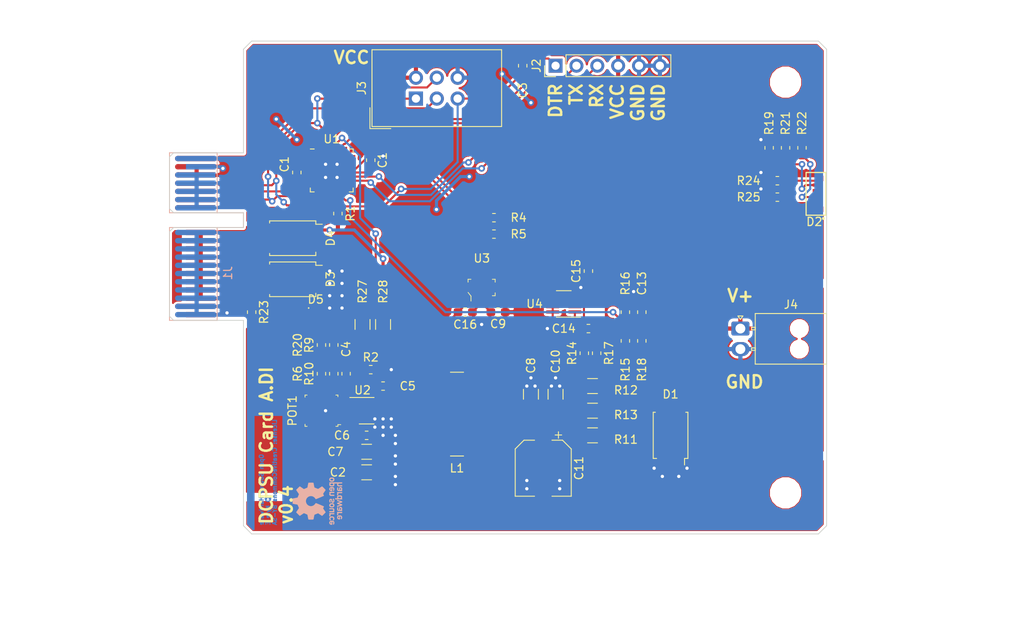
<source format=kicad_pcb>
(kicad_pcb (version 20171130) (host pcbnew 5.0.2+dfsg1-1)
  (title_block (title "DCPSU Card A-half") (date 2021-06-13) (rev v0.4-DI-WIP) (comment 2 "License: CC BY-SA") (comment 3 https://www.eevblog.com/projects/usupply/) (comment 4 "Based on EEVblog's µSupply project"))
  (layers (0 F.Cu signal) (31 B.Cu signal) (34 B.Paste user) (35 F.Paste user) (36 B.SilkS user) (37 F.SilkS user) (38 B.Mask user) (39 F.Mask user) (44 Edge.Cuts user))
  (net 0 "")
  (net 1 /~RESET)
  (net 2 GND)
  (net 3 +5V)
  (net 4 "Net-(C5-Pad2)")
  (net 5 "Net-(C5-Pad1)")
  (net 6 +24V)
  (net 7 /ADC-VOUT)
  (net 8 "Net-(D1-Pad1)")
  (net 9 CARD-SCLK)
  (net 10 CARD-MISO)
  (net 11 CARD-MOSI)
  (net 12 CARD-SS)
  (net 13 /UART-TX)
  (net 14 /UART-RX)
  (net 15 /PWR-EN)
  (net 16 "Net-(R10-Pad2)")
  (net 17 "Net-(U1-Pad1)")
  (net 18 "Net-(U1-Pad2)")
  (net 19 "Net-(U1-Pad3)")
  (net 20 "Net-(U1-Pad6)")
  (net 21 "Net-(U1-Pad7)")
  (net 22 "Net-(U1-Pad8)")
  (net 23 "Net-(U1-Pad12)")
  (net 24 "Net-(U1-Pad13)")
  (net 25 "Net-(U1-Pad16)")
  (net 26 "Net-(U1-Pad17)")
  (net 27 "Net-(U1-Pad22)")
  (net 28 "Net-(U1-Pad23)")
  (net 29 "Net-(U1-Pad24)")
  (net 30 /SCL)
  (net 31 /SDA)
  (net 32 "Net-(U1-Pad32)")
  (net 33 "Net-(C14-Pad2)")
  (net 34 "Net-(C14-Pad1)")
  (net 35 "Net-(C3-Pad2)")
  (net 36 "Net-(D2-Pad3)")
  (net 37 "Net-(D2-Pad6)")
  (net 38 /LED2)
  (net 39 /LED1)
  (net 40 "Net-(J1-PadA18)")
  (net 41 "Net-(C16-Pad1)")
  (net 42 "Net-(R20-Pad1)")
  (net 43 "Net-(U3-Pad6)")
  (net 44 "Net-(J1-PadA2)")
  (net 45 "Net-(D2-Pad2)")
  (net 46 "Net-(C10-Pad1)")
  (net 47 "Net-(D4-Pad2)")
  (net 48 "Net-(R2-Pad1)")
  (net 49 "Net-(C4-Pad2)")
  (net 50 "Net-(U1-Pad25)")
  (net 51 "Net-(POT1-Pad1)")
  (module custom-footprints:L_Pad4.05x4.4mm_LMLP1011 (layer F.Cu) (at 115 115.415)
    (fp_text reference L1 (at 0 6.585) (layer F.SilkS))
    (fp_text value 10uH)
    (pad 2 smd roundrect (at 4.725 0) (size 4.05 4.4) (layers F.Cu F.Paste F.Mask) (roundrect_rratio 0.078) (net 46 "Net-(C10-Pad1)"))
    (pad 1 smd roundrect (at -4.725 0) (size 4.05 4.4) (layers F.Cu F.Paste F.Mask) (roundrect_rratio 0.078) (net 4 "Net-(C5-Pad2)"))
  )
  (module Resistor_SMD:R_0603_1608Metric_Pad1.05x0.95mm_HandSolder (layer F.Cu) (at 100.5 91 90)
    (fp_text reference R1 (at 0 1.524 90) (layer F.SilkS))
    (fp_text value 33k)
    (pad 2 smd roundrect (at 0.875 0 90) (size 1.05 0.95) (layers F.Cu F.Paste F.Mask) (net 1 /~RESET))
    (pad 1 smd roundrect (at -0.875 0 90) (size 1.05 0.95) (layers F.Cu F.Paste F.Mask) (net 3 +5V))
  )
  (module Resistor_SMD:R_0603_1608Metric_Pad1.05x0.95mm_HandSolder (layer F.Cu) (at 98.5 107 90)
    (fp_text reference R20 (at 0 -2.9 90) (layer F.SilkS))
    (fp_text value 2k)
    (pad 2 smd roundrect (at 0.875 0 90) (size 1.05 0.95) (layers F.Cu F.Paste F.Mask) (net 41 "Net-(C16-Pad1)"))
    (pad 1 smd roundrect (at -0.875 0 90) (size 1.05 0.95) (layers F.Cu F.Paste F.Mask) (net 42 "Net-(R20-Pad1)"))
  )
  (module Capacitor_SMD:C_0603_1608Metric_Pad1.05x0.95mm_HandSolder (layer F.Cu) (at 123 73 90)
    (fp_text reference C3 (at -3 0 90) (layer F.SilkS))
    (fp_text value 0.1u)
    (pad 2 smd roundrect (at 0.875 0 90) (size 1.05 0.95) (layers F.Cu F.Paste F.Mask) (net 35 "Net-(C3-Pad2)"))
    (pad 1 smd roundrect (at -0.875 0 90) (size 1.05 0.95) (layers F.Cu F.Paste F.Mask) (net 1 /~RESET))
  )
  (module Capacitor_SMD:C_0603_1608Metric_Pad1.05x0.95mm_HandSolder (layer F.Cu) (at 106 112)
    (fp_text reference C5 (at 3 0) (layer F.SilkS))
    (fp_text value 0.1u)
    (pad 2 smd roundrect (at 0.875 0) (size 1.05 0.95) (layers F.Cu F.Paste F.Mask) (net 4 "Net-(C5-Pad2)"))
    (pad 1 smd roundrect (at -0.875 0) (size 1.05 0.95) (layers F.Cu F.Paste F.Mask) (net 5 "Net-(C5-Pad1)"))
  )
  (module Capacitor_SMD:C_0603_1608Metric_Pad1.05x0.95mm_HandSolder (layer F.Cu) (at 131 105)
    (fp_text reference C14 (at -3 0) (layer F.SilkS))
    (fp_text value 0.1u)
    (pad 2 smd roundrect (at 0.875 0) (size 1.05 0.95) (layers F.Cu F.Paste F.Mask) (net 33 "Net-(C14-Pad2)"))
    (pad 1 smd roundrect (at -0.875 0) (size 1.05 0.95) (layers F.Cu F.Paste F.Mask) (net 34 "Net-(C14-Pad1)"))
  )
  (module custom-footprints:TO-277B-MBR860S (layer F.Cu) (at 141 118 180)
    (fp_text reference D1 (at 0 5) (layer F.SilkS))
    (fp_text value D_Schottky)
    (pad 2 smd rect (at -0.97 -3.15 180) (size 0.95 1) (layers F.Cu F.Paste F.Mask) (net 2 GND))
    (pad 1 smd rect (at 0 1.2 180) (size 3.2 4.9) (layers F.Cu F.Mask) (net 8 "Net-(D1-Pad1)"))
    (pad 2 smd rect (at 0.97 -3.15 180) (size 0.95 1) (layers F.Cu F.Paste F.Mask) (net 2 GND))
  )
  (module Capacitor_SMD:C_0603_1608Metric_Pad1.05x0.95mm_HandSolder (layer F.Cu) (at 104.5 84.5 270)
    (fp_text reference C1 (at 0 -1.43 270) (layer F.SilkS))
    (fp_text value 1u)
    (pad 2 smd roundrect (at 0.875 0 270) (size 1.05 0.95) (layers F.Cu F.Paste F.Mask) (net 3 +5V))
    (pad 1 smd roundrect (at -0.875 0 270) (size 1.05 0.95) (layers F.Cu F.Paste F.Mask) (net 2 GND))
  )
  (module Capacitor_SMD:C_0603_1608Metric_Pad1.05x0.95mm_HandSolder (layer F.Cu) (at 101.5 110.5 270)
    (fp_text reference C4 (at -3 0 270) (layer F.SilkS))
    (fp_text value OPEN)
    (pad 2 smd roundrect (at 0.875 0 270) (size 1.05 0.95) (layers F.Cu F.Paste F.Mask) (net 49 "Net-(C4-Pad2)"))
    (pad 1 smd roundrect (at -0.875 0 270) (size 1.05 0.95) (layers F.Cu F.Paste F.Mask) (net 46 "Net-(C10-Pad1)"))
  )
  (module Capacitor_SMD:C_1206_3216Metric_Pad1.42x1.75mm_HandSolder (layer F.Cu) (at 104 120)
    (fp_text reference C7 (at -3.81 0) (layer F.SilkS))
    (fp_text value 10u)
    (pad 2 smd roundrect (at 1.4875 0) (size 1.425 1.75) (layers F.Cu F.Paste F.Mask) (roundrect_rratio 0.175439) (net 2 GND))
    (pad 1 smd roundrect (at -1.4875 0) (size 1.425 1.75) (layers F.Cu F.Paste F.Mask) (roundrect_rratio 0.175439) (net 6 +24V))
  )
  (module Capacitor_SMD:C_1206_3216Metric_Pad1.42x1.75mm_HandSolder (layer F.Cu) (at 124 113 90)
    (fp_text reference C8 (at 3.5 0 90) (layer F.SilkS))
    (fp_text value 10u)
    (pad 2 smd roundrect (at 1.4875 0 90) (size 1.425 1.75) (layers F.Cu F.Paste F.Mask) (roundrect_rratio 0.175439) (net 2 GND))
    (pad 1 smd roundrect (at -1.4875 0 90) (size 1.425 1.75) (layers F.Cu F.Paste F.Mask) (roundrect_rratio 0.175439) (net 46 "Net-(C10-Pad1)"))
  )
  (module Capacitor_SMD:C_0603_1608Metric_Pad1.05x0.95mm_HandSolder (layer F.Cu) (at 120 103 180)
    (fp_text reference C9 (at 0 -1.43 180) (layer F.SilkS))
    (fp_text value 0.1u)
    (pad 2 smd roundrect (at 0.875 0 180) (size 1.05 0.95) (layers F.Cu F.Paste F.Mask) (net 2 GND))
    (pad 1 smd roundrect (at -0.875 0 180) (size 1.05 0.95) (layers F.Cu F.Paste F.Mask) (net 3 +5V))
  )
  (module Capacitor_SMD:C_1206_3216Metric_Pad1.42x1.75mm_HandSolder (layer F.Cu) (at 127 113 90)
    (fp_text reference C10 (at 4 0 90) (layer F.SilkS))
    (fp_text value 10u)
    (pad 2 smd roundrect (at 1.4875 0 90) (size 1.425 1.75) (layers F.Cu F.Paste F.Mask) (roundrect_rratio 0.175439) (net 2 GND))
    (pad 1 smd roundrect (at -1.4875 0 90) (size 1.425 1.75) (layers F.Cu F.Paste F.Mask) (roundrect_rratio 0.175439) (net 46 "Net-(C10-Pad1)"))
  )
  (module Capacitor_SMD:C_0603_1608Metric_Pad1.05x0.95mm_HandSolder (layer F.Cu) (at 137.5 103 90)
    (fp_text reference C13 (at 3.5 0 90) (layer F.SilkS))
    (fp_text value 0.1u)
    (pad 2 smd roundrect (at 0.875 0 90) (size 1.05 0.95) (layers F.Cu F.Paste F.Mask) (net 2 GND))
    (pad 1 smd roundrect (at -0.875 0 90) (size 1.05 0.95) (layers F.Cu F.Paste F.Mask) (net 7 /ADC-VOUT))
  )
  (module Resistor_SMD:R_0603_1608Metric_Pad1.05x0.95mm_HandSolder (layer F.Cu) (at 104.5 110)
    (fp_text reference R2 (at 0 -1.5) (layer F.SilkS))
    (fp_text value 33k)
    (pad 2 smd roundrect (at 0.875 0) (size 1.05 0.95) (layers F.Cu F.Paste F.Mask) (net 2 GND))
    (pad 1 smd roundrect (at -0.875 0) (size 1.05 0.95) (layers F.Cu F.Paste F.Mask) (net 48 "Net-(R2-Pad1)"))
  )
  (module Resistor_SMD:R_0603_1608Metric_Pad1.05x0.95mm_HandSolder (layer F.Cu) (at 119.5 91.5 180)
    (fp_text reference R4 (at -3 0 180) (layer F.SilkS))
    (fp_text value 33k)
    (pad 2 smd roundrect (at 0.875 0 180) (size 1.05 0.95) (layers F.Cu F.Paste F.Mask) (net 31 /SDA))
    (pad 1 smd roundrect (at -0.875 0 180) (size 1.05 0.95) (layers F.Cu F.Paste F.Mask) (net 3 +5V))
  )
  (module Resistor_SMD:R_0603_1608Metric_Pad1.05x0.95mm_HandSolder (layer F.Cu) (at 119.5 93.5 180)
    (fp_text reference R5 (at -3 0 180) (layer F.SilkS))
    (fp_text value 33k)
    (pad 2 smd roundrect (at 0.875 0 180) (size 1.05 0.95) (layers F.Cu F.Paste F.Mask) (net 30 /SCL))
    (pad 1 smd roundrect (at -0.875 0 180) (size 1.05 0.95) (layers F.Cu F.Paste F.Mask) (net 3 +5V))
  )
  (module Resistor_SMD:R_0603_1608Metric_Pad1.05x0.95mm_HandSolder (layer F.Cu) (at 98.5 110.5 90)
    (fp_text reference R6 (at 0 -2.9 90) (layer F.SilkS))
    (fp_text value 10k)
    (pad 2 smd roundrect (at 0.875 0 90) (size 1.05 0.95) (layers F.Cu F.Paste F.Mask) (net 42 "Net-(R20-Pad1)"))
    (pad 1 smd roundrect (at -0.875 0 90) (size 1.05 0.95) (layers F.Cu F.Paste F.Mask) (net 49 "Net-(C4-Pad2)"))
  )
  (module Resistor_SMD:R_0603_1608Metric_Pad1.05x0.95mm_HandSolder (layer F.Cu) (at 100 107 90)
    (fp_text reference R9 (at 0 -3 90) (layer F.SilkS))
    (fp_text value 33k)
    (pad 2 smd roundrect (at 0.875 0 90) (size 1.05 0.95) (layers F.Cu F.Paste F.Mask) (net 46 "Net-(C10-Pad1)"))
    (pad 1 smd roundrect (at -0.875 0 90) (size 1.05 0.95) (layers F.Cu F.Paste F.Mask) (net 16 "Net-(R10-Pad2)"))
  )
  (module Resistor_SMD:R_0603_1608Metric_Pad1.05x0.95mm_HandSolder (layer F.Cu) (at 100 110.5 90)
    (fp_text reference R10 (at 0 -3 90) (layer F.SilkS))
    (fp_text value 10k)
    (pad 2 smd roundrect (at 0.875 0 90) (size 1.05 0.95) (layers F.Cu F.Paste F.Mask) (net 16 "Net-(R10-Pad2)"))
    (pad 1 smd roundrect (at -0.875 0 90) (size 1.05 0.95) (layers F.Cu F.Paste F.Mask) (net 49 "Net-(C4-Pad2)"))
  )
  (module Resistor_SMD:R_1206_3216Metric_Pad1.42x1.75mm_HandSolder (layer F.Cu) (at 131.5 112)
    (fp_text reference R12 (at 4.064 0.508) (layer F.SilkS))
    (fp_text value 240m)
    (pad 2 smd roundrect (at 1.4875 0) (size 1.425 1.75) (layers F.Cu F.Paste F.Mask) (roundrect_rratio 0.175439) (net 8 "Net-(D1-Pad1)"))
    (pad 1 smd roundrect (at -1.4875 0) (size 1.425 1.75) (layers F.Cu F.Paste F.Mask) (roundrect_rratio 0.175439) (net 46 "Net-(C10-Pad1)"))
  )
  (module Resistor_SMD:R_1206_3216Metric_Pad1.42x1.75mm_HandSolder (layer F.Cu) (at 131.5 115)
    (fp_text reference R13 (at 4.064 0.508) (layer F.SilkS))
    (fp_text value 240m)
    (pad 2 smd roundrect (at 1.4875 0) (size 1.425 1.75) (layers F.Cu F.Paste F.Mask) (roundrect_rratio 0.175439) (net 8 "Net-(D1-Pad1)"))
    (pad 1 smd roundrect (at -1.4875 0) (size 1.425 1.75) (layers F.Cu F.Paste F.Mask) (roundrect_rratio 0.175439) (net 46 "Net-(C10-Pad1)"))
  )
  (module Resistor_SMD:R_0603_1608Metric_Pad1.05x0.95mm_HandSolder (layer F.Cu) (at 135.5 106.5 270)
    (fp_text reference R15 (at 3.5 0 270) (layer F.SilkS))
    (fp_text value "18k 0.1%")
    (pad 2 smd roundrect (at 0.875 0 270) (size 1.05 0.95) (layers F.Cu F.Paste F.Mask) (net 8 "Net-(D1-Pad1)"))
    (pad 1 smd roundrect (at -0.875 0 270) (size 1.05 0.95) (layers F.Cu F.Paste F.Mask) (net 7 /ADC-VOUT))
  )
  (module Resistor_SMD:R_0603_1608Metric_Pad1.05x0.95mm_HandSolder (layer F.Cu) (at 135.5 103 270)
    (fp_text reference R16 (at -3.5 0 270) (layer F.SilkS))
    (fp_text value "1k 0.1%")
    (pad 2 smd roundrect (at 0.875 0 270) (size 1.05 0.95) (layers F.Cu F.Paste F.Mask) (net 7 /ADC-VOUT))
    (pad 1 smd roundrect (at -0.875 0 270) (size 1.05 0.95) (layers F.Cu F.Paste F.Mask) (net 2 GND))
  )
  (module Resistor_SMD:R_0603_1608Metric_Pad1.05x0.95mm_HandSolder (layer F.Cu) (at 132 108 270)
    (fp_text reference R17 (at 0 -1.5 270) (layer F.SilkS))
    (fp_text value 10)
    (pad 2 smd roundrect (at 0.875 0 270) (size 1.05 0.95) (layers F.Cu F.Paste F.Mask) (net 8 "Net-(D1-Pad1)"))
    (pad 1 smd roundrect (at -0.875 0 270) (size 1.05 0.95) (layers F.Cu F.Paste F.Mask) (net 33 "Net-(C14-Pad2)"))
  )
  (module Package_DFN_QFN:QFN-32-1EP_5x5mm_P0.5mm_EP3.1x3.1mm (layer F.Cu) (at 99.75 85.75)
    (fp_text reference U1 (at 0 -3.82) (layer F.SilkS))
    (fp_text value ATtiny87-MU)
    (pad 32 smd roundrect (at -1.75 -2.4375) (size 0.25 0.875) (layers F.Cu F.Paste F.Mask) (net 32 "Net-(U1-Pad32)"))
    (pad 31 smd roundrect (at -1.25 -2.4375) (size 0.25 0.875) (layers F.Cu F.Paste F.Mask) (net 10 CARD-MISO))
    (pad 30 smd roundrect (at -0.75 -2.4375) (size 0.25 0.875) (layers F.Cu F.Paste F.Mask) (net 13 /UART-TX))
    (pad 29 smd roundrect (at -0.25 -2.4375) (size 0.25 0.875) (layers F.Cu F.Paste F.Mask) (net 14 /UART-RX))
    (pad 28 smd roundrect (at 0.25 -2.4375) (size 0.25 0.875) (layers F.Cu F.Paste F.Mask) (net 31 /SDA))
    (pad 27 smd roundrect (at 0.75 -2.4375) (size 0.25 0.875) (layers F.Cu F.Paste F.Mask) (net 15 /PWR-EN))
    (pad 26 smd roundrect (at 1.25 -2.4375) (size 0.25 0.875) (layers F.Cu F.Paste F.Mask) (net 30 /SCL))
    (pad 25 smd roundrect (at 1.75 -2.4375) (size 0.25 0.875) (layers F.Cu F.Paste F.Mask) (net 50 "Net-(U1-Pad25)"))
    (pad 24 smd roundrect (at 2.4375 -1.75) (size 0.875 0.25) (layers F.Cu F.Paste F.Mask) (net 29 "Net-(U1-Pad24)"))
    (pad 23 smd roundrect (at 2.4375 -1.25) (size 0.875 0.25) (layers F.Cu F.Paste F.Mask) (net 28 "Net-(U1-Pad23)"))
    (pad 22 smd roundrect (at 2.4375 -0.75) (size 0.875 0.25) (layers F.Cu F.Paste F.Mask) (net 27 "Net-(U1-Pad22)"))
    (pad 21 smd roundrect (at 2.4375 -0.25) (size 0.875 0.25) (layers F.Cu F.Paste F.Mask) (net 2 GND))
    (pad 20 smd roundrect (at 2.4375 0.25) (size 0.875 0.25) (layers F.Cu F.Paste F.Mask) (net 3 +5V))
    (pad 19 smd roundrect (at 2.4375 0.75) (size 0.875 0.25) (layers F.Cu F.Paste F.Mask) (net 39 /LED1))
    (pad 18 smd roundrect (at 2.4375 1.25) (size 0.875 0.25) (layers F.Cu F.Paste F.Mask) (net 38 /LED2))
    (pad 17 smd roundrect (at 2.4375 1.75) (size 0.875 0.25) (layers F.Cu F.Paste F.Mask) (net 26 "Net-(U1-Pad17)"))
    (pad 16 smd roundrect (at 1.75 2.4375) (size 0.25 0.875) (layers F.Cu F.Paste F.Mask) (net 25 "Net-(U1-Pad16)"))
    (pad 15 smd roundrect (at 1.25 2.4375) (size 0.25 0.875) (layers F.Cu F.Paste F.Mask) (net 7 /ADC-VOUT))
    (pad 14 smd roundrect (at 0.75 2.4375) (size 0.25 0.875) (layers F.Cu F.Paste F.Mask) (net 1 /~RESET))
    (pad 13 smd roundrect (at 0.25 2.4375) (size 0.25 0.875) (layers F.Cu F.Paste F.Mask) (net 24 "Net-(U1-Pad13)"))
    (pad 12 smd roundrect (at -0.25 2.4375) (size 0.25 0.875) (layers F.Cu F.Paste F.Mask) (net 23 "Net-(U1-Pad12)"))
    (pad 11 smd roundrect (at -0.75 2.4375) (size 0.25 0.875) (layers F.Cu F.Paste F.Mask) (net 12 CARD-SS))
    (pad 10 smd roundrect (at -1.25 2.4375) (size 0.25 0.875) (layers F.Cu F.Paste F.Mask) (net 9 CARD-SCLK))
    (pad 9 smd roundrect (at -1.75 2.4375) (size 0.25 0.875) (layers F.Cu F.Paste F.Mask) (net 11 CARD-MOSI))
    (pad 8 smd roundrect (at -2.4375 1.75) (size 0.875 0.25) (layers F.Cu F.Paste F.Mask) (net 22 "Net-(U1-Pad8)"))
    (pad 7 smd roundrect (at -2.4375 1.25) (size 0.875 0.25) (layers F.Cu F.Paste F.Mask) (net 21 "Net-(U1-Pad7)"))
    (pad 6 smd roundrect (at -2.4375 0.75) (size 0.875 0.25) (layers F.Cu F.Paste F.Mask) (net 20 "Net-(U1-Pad6)"))
    (pad 5 smd roundrect (at -2.4375 0.25) (size 0.875 0.25) (layers F.Cu F.Paste F.Mask) (net 2 GND))
    (pad 4 smd roundrect (at -2.4375 -0.25) (size 0.875 0.25) (layers F.Cu F.Paste F.Mask) (net 3 +5V))
    (pad 3 smd roundrect (at -2.4375 -0.75) (size 0.875 0.25) (layers F.Cu F.Paste F.Mask) (net 19 "Net-(U1-Pad3)"))
    (pad 2 smd roundrect (at -2.4375 -1.25) (size 0.875 0.25) (layers F.Cu F.Paste F.Mask) (net 18 "Net-(U1-Pad2)"))
    (pad 1 smd roundrect (at -2.4375 -1.75) (size 0.875 0.25) (layers F.Cu F.Paste F.Mask) (net 17 "Net-(U1-Pad1)"))
    (pad 33 smd roundrect (at 0 0) (size 3.1 3.1) (layers F.Cu F.Mask) (roundrect_rratio 0.08064499999999999) (net 2 GND))
  )
  (module Capacitor_SMD:C_0603_1608Metric_Pad1.05x0.95mm_HandSolder (layer F.Cu) (at 131 98 270)
    (fp_text reference C15 (at 0 1.5 90) (layer F.SilkS))
    (fp_text value 0.1u)
    (pad 1 smd roundrect (at -0.875 0 270) (size 1.05 0.95) (layers F.Cu F.Paste F.Mask) (net 3 +5V))
    (pad 2 smd roundrect (at 0.875 0 270) (size 1.05 0.95) (layers F.Cu F.Paste F.Mask) (net 2 GND))
  )
  (module Resistor_SMD:R_0603_1608Metric_Pad1.05x0.95mm_HandSolder (layer F.Cu) (at 137.5 106.5 90)
    (fp_text reference R18 (at -3.5 0 90) (layer F.SilkS))
    (fp_text value "18k 0.1%")
    (pad 1 smd roundrect (at -0.875 0 90) (size 1.05 0.95) (layers F.Cu F.Paste F.Mask) (net 8 "Net-(D1-Pad1)"))
    (pad 2 smd roundrect (at 0.875 0 90) (size 1.05 0.95) (layers F.Cu F.Paste F.Mask) (net 7 /ADC-VOUT))
  )
  (module Resistor_SMD:R_1206_3216Metric_Pad1.42x1.75mm_HandSolder (layer F.Cu) (at 131.5 118)
    (fp_text reference R11 (at 4.064 0.508) (layer F.SilkS))
    (fp_text value 240m)
    (pad 1 smd roundrect (at -1.4875 0) (size 1.425 1.75) (layers F.Cu F.Paste F.Mask) (roundrect_rratio 0.175439) (net 46 "Net-(C10-Pad1)"))
    (pad 2 smd roundrect (at 1.4875 0) (size 1.425 1.75) (layers F.Cu F.Paste F.Mask) (roundrect_rratio 0.175439) (net 8 "Net-(D1-Pad1)"))
  )
  (module Resistor_SMD:R_0603_1608Metric_Pad1.05x0.95mm_HandSolder (layer F.Cu) (at 130.5 108 270)
    (fp_text reference R14 (at 0 1.5 270) (layer F.SilkS))
    (fp_text value 10)
    (pad 1 smd roundrect (at -0.875 0 270) (size 1.05 0.95) (layers F.Cu F.Paste F.Mask) (net 34 "Net-(C14-Pad1)"))
    (pad 2 smd roundrect (at 0.875 0 270) (size 1.05 0.95) (layers F.Cu F.Paste F.Mask) (net 46 "Net-(C10-Pad1)"))
  )
  (module Package_TO_SOT_SMD:SOT-23-8_Handsoldering (layer F.Cu) (at 128 102 180)
    (fp_text reference U4 (at 3.556 0 180) (layer F.SilkS))
    (fp_text value INA219AIDCNR)
    (pad 1 smd rect (at -1.35 -0.98 180) (size 1.56 0.4) (layers F.Cu F.Paste F.Mask) (net 34 "Net-(C14-Pad1)"))
    (pad 2 smd rect (at -1.35 -0.33 180) (size 1.56 0.4) (layers F.Cu F.Paste F.Mask) (net 33 "Net-(C14-Pad2)"))
    (pad 3 smd rect (at -1.35 0.33 180) (size 1.56 0.4) (layers F.Cu F.Paste F.Mask) (net 2 GND))
    (pad 4 smd rect (at -1.35 0.98 180) (size 1.56 0.4) (layers F.Cu F.Paste F.Mask) (net 3 +5V))
    (pad 5 smd rect (at 1.35 0.98 180) (size 1.56 0.4) (layers F.Cu F.Paste F.Mask) (net 30 /SCL))
    (pad 6 smd rect (at 1.35 0.33 180) (size 1.56 0.4) (layers F.Cu F.Paste F.Mask) (net 31 /SDA))
    (pad 7 smd rect (at 1.35 -0.33 180) (size 1.56 0.4) (layers F.Cu F.Paste F.Mask) (net 2 GND))
    (pad 8 smd rect (at 1.35 -0.98 180) (size 1.56 0.4) (layers F.Cu F.Paste F.Mask) (net 2 GND))
  )
  (module Connector_PinHeader_2.54mm:PinHeader_1x06_P2.54mm_Vertical (layer F.Cu) (at 127 73 90)
    (fp_text reference J2 (at 0 -2.33 90) (layer F.SilkS))
    (fp_text value Conn_01x06)
    (pad 6 thru_hole oval (at 0 12.7 90) (size 1.7 1.7) (drill 1) (layers *.Cu *.Mask) (net 2 GND))
    (pad 5 thru_hole oval (at 0 10.16 90) (size 1.7 1.7) (drill 1) (layers *.Cu *.Mask) (net 2 GND))
    (pad 4 thru_hole oval (at 0 7.62 90) (size 1.7 1.7) (drill 1) (layers *.Cu *.Mask) (net 3 +5V))
    (pad 3 thru_hole oval (at 0 5.08 90) (size 1.7 1.7) (drill 1) (layers *.Cu *.Mask) (net 14 /UART-RX))
    (pad 2 thru_hole oval (at 0 2.54 90) (size 1.7 1.7) (drill 1) (layers *.Cu *.Mask) (net 13 /UART-TX))
    (pad 1 thru_hole rect (at 0 0 90) (size 1.7 1.7) (drill 1) (layers *.Cu *.Mask) (net 35 "Net-(C3-Pad2)"))
  )
  (module Connector_IDC:IDC-Header_2x03_P2.54mm_Vertical (layer F.Cu) (at 110 77 90)
    (fp_text reference J3 (at 1.27 -6.604 90) (layer F.SilkS))
    (fp_text value AVR-ISP-6)
    (pad 1 thru_hole rect (at 0 0 90) (size 1.7272 1.7272) (drill 1.016) (layers *.Cu *.Mask) (net 10 CARD-MISO))
    (pad 2 thru_hole oval (at 2.54 0 90) (size 1.7272 1.7272) (drill 1.016) (layers *.Cu *.Mask) (net 3 +5V))
    (pad 3 thru_hole oval (at 0 2.54 90) (size 1.7272 1.7272) (drill 1.016) (layers *.Cu *.Mask) (net 9 CARD-SCLK))
    (pad 4 thru_hole oval (at 2.54 2.54 90) (size 1.7272 1.7272) (drill 1.016) (layers *.Cu *.Mask) (net 11 CARD-MOSI))
    (pad 5 thru_hole oval (at 0 5.08 90) (size 1.7272 1.7272) (drill 1.016) (layers *.Cu *.Mask) (net 1 /~RESET))
    (pad 6 thru_hole oval (at 2.54 5.08 90) (size 1.7272 1.7272) (drill 1.016) (layers *.Cu *.Mask) (net 2 GND))
  )
  (module Capacitor_SMD:C_0603_1608Metric_Pad1.05x0.95mm_HandSolder (layer F.Cu) (at 95.5 86 90)
    (fp_text reference C1 (at 1 -1.5 90) (layer F.SilkS))
    (fp_text value C_0603_1608Metric_Pad1.05x0.95mm_HandSolder)
    (pad 2 smd roundrect (at 0.875 0 90) (size 1.05 0.95) (layers F.Cu F.Paste F.Mask) (net 3 +5V))
    (pad 1 smd roundrect (at -0.875 0 90) (size 1.05 0.95) (layers F.Cu F.Paste F.Mask) (net 2 GND))
  )
  (module MountingHole:MountingHole_3.2mm_M3 (layer F.Cu) (at 155 75)
    (fp_text reference REF** hide)
    (fp_text value MountingHole_3.2mm_M3)
    (pad 1 np_thru_hole circle (at 0 0) (size 3.2 3.2) (drill 3.2) (layers *.Cu *.Mask))
  )
  (module MountingHole:MountingHole_3.2mm_M3 (layer F.Cu) (at 155 125)
    (fp_text reference REF** hide)
    (fp_text value MountingHole_3.2mm_M3)
    (pad 1 np_thru_hole circle (at 0 0) (size 3.2 3.2) (drill 3.2) (layers *.Cu *.Mask))
  )
  (module Symbol:OSHW-Logo_5.7x6mm_SilkScreen (layer B.Cu) (at 98 126 270)
    (fp_text reference REF** hide)
    (fp_text value OSHW-Logo_5.7x6mm_SilkScreen hide)
  )
  (module custom-footprints:QLS6B-FKW (layer F.Cu) (at 158.7 88.6 270)
    (fp_text reference D2 (at 3.4 0.2) (layer F.SilkS))
    (fp_text value QLS6B-FKW)
    (pad 5 smd rect (at -1.07 0 270) (size 0.4 0.8) (layers F.Cu F.Paste F.Mask) (net 39 /LED1))
    (pad 4 smd rect (at -0.39 0 270) (size 0.4 0.8) (layers F.Cu F.Paste F.Mask) (net 39 /LED1))
    (pad 3 smd rect (at 0.39 0 270) (size 0.4 0.8) (layers F.Cu F.Paste F.Mask) (net 36 "Net-(D2-Pad3)"))
    (pad 2 smd rect (at 1.07 0 270) (size 0.4 0.8) (layers F.Cu F.Paste F.Mask) (net 45 "Net-(D2-Pad2)"))
    (pad 6 smd rect (at -1.88 -0.585 270) (size 0.66 0.63) (layers F.Cu F.Paste F.Mask) (net 37 "Net-(D2-Pad6)"))
    (pad 1 smd rect (at 1.88 -0.585 270) (size 0.66 0.63) (layers F.Cu F.Paste F.Mask) (net 38 /LED2))
  )
  (module Resistor_SMD:R_0603_1608Metric_Pad1.05x0.95mm_HandSolder (layer F.Cu) (at 153 83 90)
    (fp_text reference R19 (at 3 0 90) (layer F.SilkS))
    (fp_text value 2k)
    (pad 2 smd roundrect (at 0.875 0 90) (size 1.05 0.95) (layers F.Cu F.Paste F.Mask) (net 2 GND))
    (pad 1 smd roundrect (at -0.875 0 90) (size 1.05 0.95) (layers F.Cu F.Paste F.Mask) (net 39 /LED1))
  )
  (module Resistor_SMD:R_0603_1608Metric_Pad1.05x0.95mm_HandSolder (layer F.Cu) (at 155 83 270)
    (fp_text reference R21 (at -3 0 270) (layer F.SilkS))
    (fp_text value 2k)
    (pad 2 smd roundrect (at 0.875 0 270) (size 1.05 0.95) (layers F.Cu F.Paste F.Mask) (net 36 "Net-(D2-Pad3)"))
    (pad 1 smd roundrect (at -0.875 0 270) (size 1.05 0.95) (layers F.Cu F.Paste F.Mask) (net 3 +5V))
  )
  (module Resistor_SMD:R_0603_1608Metric_Pad1.05x0.95mm_HandSolder (layer F.Cu) (at 157 83 270)
    (fp_text reference R22 (at -3 0 270) (layer F.SilkS))
    (fp_text value 2k)
    (pad 1 smd roundrect (at -0.875 0 270) (size 1.05 0.95) (layers F.Cu F.Paste F.Mask) (net 3 +5V))
    (pad 2 smd roundrect (at 0.875 0 270) (size 1.05 0.95) (layers F.Cu F.Paste F.Mask) (net 36 "Net-(D2-Pad3)"))
  )
  (module Capacitor_SMD:C_0603_1608Metric_Pad1.05x0.95mm_HandSolder (layer F.Cu) (at 116 103)
    (fp_text reference C16 (at 0 1.5) (layer F.SilkS))
    (fp_text value 0.1u)
    (pad 1 smd roundrect (at -0.875 0) (size 1.05 0.95) (layers F.Cu F.Paste F.Mask) (net 41 "Net-(C16-Pad1)"))
    (pad 2 smd roundrect (at 0.875 0) (size 1.05 0.95) (layers F.Cu F.Paste F.Mask) (net 2 GND))
  )
  (module digikey-footprints:SOT-23-6 (layer F.Cu) (at 118 100)
    (fp_text reference U3 (at 0.025 -3.55) (layer F.SilkS))
    (fp_text value MCP4706A0T-E_CH)
    (pad 3 smd rect (at 0.95 1.35) (size 0.55 1) (layers F.Cu F.Paste F.Mask) (net 3 +5V))
    (pad 2 smd rect (at 0 1.35) (size 0.55 1) (layers F.Cu F.Paste F.Mask) (net 2 GND))
    (pad 1 smd rect (at -0.95 1.35) (size 0.55 1) (layers F.Cu F.Paste F.Mask) (net 41 "Net-(C16-Pad1)"))
    (pad 4 smd rect (at 0.95 -1.35) (size 0.55 1) (layers F.Cu F.Paste F.Mask) (net 31 /SDA))
    (pad 5 smd rect (at 0 -1.35) (size 0.55 1) (layers F.Cu F.Paste F.Mask) (net 30 /SCL))
    (pad 6 smd rect (at -0.95 -1.35) (size 0.55 1) (layers F.Cu F.Paste F.Mask) (net 43 "Net-(U3-Pad6)"))
  )
  (module custom-footprints:BUS_PCIe_custom (layer B.Cu) (at 83.8 103.3 90)
    (fp_text reference J1 (at 5.05 3.31 90) (layer B.SilkS) (effects (justify mirror)))
    (fp_text value PCIe_x1)
    (pad "" connect circle (at 19 -2.8 90) (size 0.65 0.65) (layers B.Cu B.Mask))
    (pad B1 connect rect (at 0 -0.5 90) (size 0.65 4.6) (layers B.Cu B.Mask) (net 2 GND))
    (pad B2 connect rect (at 1 -0.5 90) (size 0.65 4.6) (layers B.Cu B.Mask) (net 2 GND))
    (pad B3 connect rect (at 2 -0.5 90) (size 0.65 4.6) (layers B.Cu B.Mask) (net 2 GND))
    (pad B4 connect rect (at 3 -0.5 90) (size 0.65 4.6) (layers B.Cu B.Mask) (net 2 GND))
    (pad B5 connect rect (at 4 -0.5 90) (size 0.65 4.6) (layers B.Cu B.Mask) (net 2 GND))
    (pad B6 connect rect (at 5 -0.5 90) (size 0.65 4.6) (layers B.Cu B.Mask) (net 2 GND))
    (pad B7 connect rect (at 6 -0.5 90) (size 0.65 4.6) (layers B.Cu B.Mask) (net 2 GND))
    (pad B8 connect rect (at 7 -0.5 90) (size 0.65 4.6) (layers B.Cu B.Mask) (net 2 GND))
    (pad B9 connect rect (at 8 -0.5 90) (size 0.65 4.6) (layers B.Cu B.Mask) (net 2 GND))
    (pad B10 connect rect (at 9 -0.5 90) (size 0.65 4.6) (layers B.Cu B.Mask) (net 2 GND))
    (pad B11 connect rect (at 10 -0.5 90) (size 0.65 4.6) (layers B.Cu B.Mask) (net 2 GND))
    (pad B14 connect rect (at 15 -0.5 90) (size 0.65 4.6) (layers B.Cu B.Mask) (net 2 GND))
    (pad B15 connect rect (at 16 -0.5 90) (size 0.65 4.6) (layers B.Cu B.Mask) (net 2 GND))
    (pad B16 connect rect (at 17 -0.5 90) (size 0.65 4.6) (layers B.Cu B.Mask) (net 2 GND))
    (pad B17 connect rect (at 18 0 90) (size 0.65 3.6) (layers B.Cu B.Mask) (net 3 +5V))
    (pad B18 connect rect (at 19 -0.5 90) (size 0.65 4.6) (layers B.Cu B.Mask) (net 2 GND))
    (pad B12 connect rect (at 13 -0.5 90) (size 0.65 4.6) (layers B.Cu B.Mask) (net 2 GND))
    (pad B13 connect rect (at 14 -0.5 90) (size 0.65 4.6) (layers B.Cu B.Mask) (net 2 GND))
    (pad A1 connect rect (at 0 0 90) (size 0.65 3.6) (layers F.Cu F.Mask) (net 2 GND))
    (pad A2 connect rect (at 1 -0.5 90) (size 0.65 4.6) (layers F.Cu F.Mask) (net 44 "Net-(J1-PadA2)"))
    (pad A14 connect rect (at 15 -0.5 90) (size 0.65 4.6) (layers F.Cu F.Mask) (net 10 CARD-MISO))
    (pad A15 connect rect (at 16 -0.5 90) (size 0.65 4.6) (layers F.Cu F.Mask) (net 9 CARD-SCLK))
    (pad A16 connect rect (at 17 -0.5 90) (size 0.65 4.6) (layers F.Cu F.Mask) (net 3 +5V))
    (pad A17 connect rect (at 18 -0.5 90) (size 0.65 4.6) (layers F.Cu F.Mask) (net 3 +5V))
    (pad A18 connect rect (at 19 -0.5 90) (size 0.65 4.6) (layers F.Cu F.Mask) (net 40 "Net-(J1-PadA18)"))
    (pad A12 connect rect (at 13 -0.5 90) (size 0.65 4.6) (layers F.Cu F.Mask) (net 12 CARD-SS))
    (pad A13 connect rect (at 14 -0.5 90) (size 0.65 4.6) (layers F.Cu F.Mask) (net 11 CARD-MOSI))
    (pad "" connect circle (at 2 -2.8 90) (size 0.65 0.65) (layers B.Cu B.Mask))
    (pad "" connect circle (at 3 -2.8 90) (size 0.65 0.65) (layers B.Cu B.Mask))
    (pad "" connect circle (at 4 -2.8 90) (size 0.65 0.65) (layers B.Cu B.Mask))
    (pad "" connect circle (at 5 -2.8 90) (size 0.65 0.65) (layers B.Cu B.Mask))
    (pad "" connect circle (at 6 -2.8 90) (size 0.65 0.65) (layers B.Cu B.Mask))
    (pad "" connect circle (at 7 -2.8 90) (size 0.65 0.65) (layers B.Cu B.Mask))
    (pad "" connect circle (at 8 -2.8 90) (size 0.65 0.65) (layers B.Cu B.Mask))
    (pad "" connect circle (at 9 -2.8 90) (size 0.65 0.65) (layers B.Cu B.Mask))
    (pad "" connect circle (at 10 -2.8 90) (size 0.65 0.65) (layers B.Cu B.Mask))
    (pad "" connect circle (at 0 -2.8 90) (size 0.65 0.65) (layers B.Cu B.Mask))
    (pad "" connect circle (at 13 -2.8 90) (size 0.65 0.65) (layers B.Cu B.Mask))
    (pad "" connect circle (at 14 -2.8 90) (size 0.65 0.65) (layers B.Cu B.Mask))
    (pad "" connect circle (at 15 -2.8 90) (size 0.65 0.65) (layers B.Cu B.Mask))
    (pad "" connect circle (at 16 -2.8 90) (size 0.65 0.65) (layers B.Cu B.Mask))
    (pad "" connect circle (at 17 -2.8 90) (size 0.65 0.65) (layers B.Cu B.Mask))
    (pad "" connect circle (at 1 -2.8 90) (size 0.65 0.65) (layers B.Cu B.Mask))
    (pad "" connect oval (at 15 -2.8) (size 0.65 0.65) (layers F.Cu F.Mask))
    (pad "" connect oval (at 16 -2.8) (size 0.65 0.65) (layers F.Cu F.Mask))
    (pad "" connect oval (at 14 -2.8) (size 0.65 0.65) (layers F.Cu F.Mask))
    (pad "" connect oval (at 17 -2.8) (size 0.65 0.65) (layers F.Cu F.Mask))
    (pad "" connect oval (at 13 -2.8) (size 0.65 0.65) (layers F.Cu F.Mask))
    (pad "" connect oval (at 18 -2.8) (size 0.65 0.65) (layers F.Cu F.Mask))
    (pad "" connect oval (at 19 -2.8) (size 0.65 0.65) (layers F.Cu F.Mask))
    (pad "" connect oval (at 1 -2.8) (size 0.65 0.65) (layers F.Cu F.Mask))
    (pad A3 connect rect (at 2 0 90) (size 0.65 3.6) (layers F.Cu F.Mask) (net 6 +24V))
    (pad A4 connect rect (at 3 0 90) (size 0.65 3.6) (layers F.Cu F.Mask) (net 6 +24V))
    (pad A5 connect rect (at 4 0 90) (size 0.65 3.6) (layers F.Cu F.Mask) (net 6 +24V))
    (pad A6 connect rect (at 5 0 90) (size 0.65 3.6) (layers F.Cu F.Mask) (net 6 +24V))
    (pad A7 connect rect (at 6 0 90) (size 0.65 3.6) (layers F.Cu F.Mask) (net 6 +24V))
    (pad A8 connect rect (at 7 0 90) (size 0.65 3.6) (layers F.Cu F.Mask) (net 6 +24V))
    (pad A9 connect rect (at 8 0 90) (size 0.65 3.6) (layers F.Cu F.Mask) (net 6 +24V))
    (pad A10 connect rect (at 9 0 90) (size 0.65 3.6) (layers F.Cu F.Mask) (net 6 +24V))
    (pad A11 connect rect (at 10 0 90) (size 0.65 3.6) (layers F.Cu F.Mask) (net 6 +24V))
  )
  (module Resistor_SMD:R_0603_1608Metric_Pad1.05x0.95mm_HandSolder (layer F.Cu) (at 90 103 90)
    (fp_text reference R23 (at 0 1.5 90) (layer F.SilkS))
    (fp_text value 100)
    (pad 1 smd roundrect (at -0.875 0 90) (size 1.05 0.95) (layers F.Cu F.Paste F.Mask) (net 6 +24V))
    (pad 2 smd roundrect (at 0.875 0 90) (size 1.05 0.95) (layers F.Cu F.Paste F.Mask) (net 44 "Net-(J1-PadA2)"))
  )
  (module Resistor_SMD:R_0603_1608Metric_Pad1.05x0.95mm_HandSolder (layer F.Cu) (at 154 87 180)
    (fp_text reference R24 (at 3.5 0 180) (layer F.SilkS))
    (fp_text value 2k)
    (pad 2 smd roundrect (at 0.875 0 180) (size 1.05 0.95) (layers F.Cu F.Paste F.Mask) (net 2 GND))
    (pad 1 smd roundrect (at -0.875 0 180) (size 1.05 0.95) (layers F.Cu F.Paste F.Mask) (net 37 "Net-(D2-Pad6)"))
  )
  (module Resistor_SMD:R_0603_1608Metric_Pad1.05x0.95mm_HandSolder (layer F.Cu) (at 154 89 180)
    (fp_text reference R25 (at 3.5 0 180) (layer F.SilkS))
    (fp_text value 2k)
    (pad 1 smd roundrect (at -0.875 0 180) (size 1.05 0.95) (layers F.Cu F.Paste F.Mask) (net 45 "Net-(D2-Pad2)"))
    (pad 2 smd roundrect (at 0.875 0 180) (size 1.05 0.95) (layers F.Cu F.Paste F.Mask) (net 2 GND))
  )
  (module Capacitor_SMD:CP_Elec_6.3x7.7 (layer F.Cu) (at 125.5 122 270)
    (fp_text reference C11 (at 0 -4.35 270) (layer F.SilkS))
    (fp_text value 100u)
    (pad 1 smd roundrect (at -2.7 0 270) (size 3.5 1.6) (layers F.Cu F.Paste F.Mask) (roundrect_rratio 0.15625) (net 46 "Net-(C10-Pad1)"))
    (pad 2 smd roundrect (at 2.7 0 270) (size 3.5 1.6) (layers F.Cu F.Paste F.Mask) (roundrect_rratio 0.15625) (net 2 GND))
  )
  (module Connector_Molex:Molex_Nano-Fit_105313-xx02_1x02_P2.50mm_Horizontal (layer F.Cu) (at 149.5 105)
    (fp_text reference J4 (at 6.15 -2.92) (layer F.SilkS))
    (fp_text value Conn_01x02)
    (pad 1 thru_hole roundrect (at 0 0) (size 2.2 1.7) (drill 1.2) (layers *.Cu *.Mask) (roundrect_rratio 0.147059) (net 8 "Net-(D1-Pad1)"))
    (pad 2 thru_hole oval (at 0 2.5) (size 2.2 1.7) (drill 1.2) (layers *.Cu *.Mask) (net 2 GND))
    (pad "" np_thru_hole circle (at 7.18 0) (size 1.7 1.7) (drill 1.7) (layers *.Cu *.Mask))
    (pad "" np_thru_hole circle (at 7.18 2.5) (size 1.7 1.7) (drill 1.7) (layers *.Cu *.Mask))
  )
  (module custom-footprints:TO-277B-MBR860S (layer F.Cu) (at 95 99 270)
    (fp_text reference D3 (at 0 -4.6 90) (layer F.SilkS))
    (fp_text value D_Schottky)
    (pad 2 smd rect (at -0.97 -3.15 270) (size 0.95 1) (layers F.Cu F.Paste F.Mask) (net 2 GND))
    (pad 1 smd rect (at 0 1.2 270) (size 3.2 4.9) (layers F.Cu F.Mask) (net 6 +24V))
    (pad 2 smd rect (at 0.97 -3.15 270) (size 0.95 1) (layers F.Cu F.Paste F.Mask) (net 2 GND))
  )
  (module custom-footprints:TO-277B-MBR860S (layer F.Cu) (at 95 94 270)
    (fp_text reference D4 (at 0 -4.6 90) (layer F.SilkS))
    (fp_text value D_Schottky)
    (pad 2 smd rect (at -0.97 -3.15 270) (size 0.95 1) (layers F.Cu F.Paste F.Mask) (net 47 "Net-(D4-Pad2)"))
    (pad 1 smd rect (at 0 1.2 270) (size 3.2 4.9) (layers F.Cu F.Mask) (net 6 +24V))
    (pad 2 smd rect (at 0.97 -3.15 270) (size 0.95 1) (layers F.Cu F.Paste F.Mask) (net 47 "Net-(D4-Pad2)"))
  )
  (module Resistor_SMD:R_1206_3216Metric_Pad1.42x1.75mm_HandSolder (layer F.Cu) (at 103.5 104.5 90)
    (fp_text reference R27 (at 4 0 90) (layer F.SilkS))
    (fp_text value 0)
    (pad 2 smd roundrect (at 1.4875 0 90) (size 1.425 1.75) (layers F.Cu F.Paste F.Mask) (roundrect_rratio 0.175439) (net 15 /PWR-EN))
    (pad 1 smd roundrect (at -1.4875 0 90) (size 1.425 1.75) (layers F.Cu F.Paste F.Mask) (roundrect_rratio 0.175439) (net 48 "Net-(R2-Pad1)"))
  )
  (module Resistor_SMD:R_1206_3216Metric_Pad1.42x1.75mm_HandSolder (layer F.Cu) (at 106 104.5 90)
    (fp_text reference R28 (at 4 0 90) (layer F.SilkS))
    (fp_text value 0)
    (pad 1 smd roundrect (at -1.4875 0 90) (size 1.425 1.75) (layers F.Cu F.Paste F.Mask) (roundrect_rratio 0.175439) (net 46 "Net-(C10-Pad1)"))
    (pad 2 smd roundrect (at 1.4875 0 90) (size 1.425 1.75) (layers F.Cu F.Paste F.Mask) (roundrect_rratio 0.175439) (net 47 "Net-(D4-Pad2)"))
  )
  (module Capacitor_SMD:C_1206_3216Metric_Pad1.42x1.75mm_HandSolder (layer F.Cu) (at 104 122.5)
    (fp_text reference C2 (at -3.5 0) (layer F.SilkS))
    (fp_text value 10u)
    (pad 1 smd roundrect (at -1.4875 0) (size 1.425 1.75) (layers F.Cu F.Paste F.Mask) (roundrect_rratio 0.175439) (net 6 +24V))
    (pad 2 smd roundrect (at 1.4875 0) (size 1.425 1.75) (layers F.Cu F.Paste F.Mask) (roundrect_rratio 0.175439) (net 2 GND))
  )
  (module Package_TO_SOT_SMD:SOT-23-6_Handsoldering (layer F.Cu) (at 104 115)
    (fp_text reference U2 (at -0.5 -2.5) (layer F.SilkS))
    (fp_text value AP63300)
    (pad 1 smd rect (at -1.35 -0.95) (size 1.56 0.65) (layers F.Cu F.Paste F.Mask) (net 49 "Net-(C4-Pad2)"))
    (pad 2 smd rect (at -1.35 0) (size 1.56 0.65) (layers F.Cu F.Paste F.Mask) (net 48 "Net-(R2-Pad1)"))
    (pad 3 smd rect (at -1.35 0.95) (size 1.56 0.65) (layers F.Cu F.Paste F.Mask) (net 6 +24V))
    (pad 4 smd rect (at 1.35 0.95) (size 1.56 0.65) (layers F.Cu F.Paste F.Mask) (net 2 GND))
    (pad 6 smd rect (at 1.35 -0.95) (size 1.56 0.65) (layers F.Cu F.Paste F.Mask) (net 5 "Net-(C5-Pad1)"))
    (pad 5 smd rect (at 1.35 0) (size 1.56 0.65) (layers F.Cu F.Paste F.Mask) (net 4 "Net-(C5-Pad2)"))
  )
  (module Capacitor_SMD:C_0603_1608Metric_Pad1.05x0.95mm_HandSolder (layer F.Cu) (at 104 118)
    (fp_text reference C6 (at -3 0) (layer F.SilkS))
    (fp_text value 10u)
    (pad 1 smd roundrect (at -0.875 0) (size 1.05 0.95) (layers F.Cu F.Paste F.Mask) (net 6 +24V))
    (pad 2 smd roundrect (at 0.875 0) (size 1.05 0.95) (layers F.Cu F.Paste F.Mask) (net 2 GND))
  )
  (module Diode_SMD:D_0201_0603Metric (layer F.Cu) (at 97.8 102.5)
    (fp_text reference D5 (at 0 -1.05) (layer F.SilkS))
    (fp_text value D_TVS)
    (pad 1 smd roundrect (at -0.32 0) (size 0.46 0.4) (layers F.Cu F.Mask) (net 6 +24V))
    (pad 2 smd roundrect (at 0.32 0) (size 0.46 0.4) (layers F.Cu F.Mask) (net 2 GND))
  )
  (module digikey-footprints:Trimpot_3.8mmx3.6mm_TC33X-2-103E (layer F.Cu) (at 98.5 115 90)
    (fp_text reference POT1 (at 0 -3.54 90) (layer F.SilkS))
    (fp_text value TC33X-1-502E)
    (pad 2 smd rect (at 0 -1.45 90) (size 1.6 1.5) (layers F.Cu F.Paste F.Mask) (net 2 GND))
    (pad 1 smd rect (at -1 1.8 90) (size 1.2 1.2) (layers F.Cu F.Paste F.Mask) (net 51 "Net-(POT1-Pad1)"))
    (pad 3 smd rect (at 1 1.8 90) (size 1.2 1.2) (layers F.Cu F.Paste F.Mask) (net 49 "Net-(C4-Pad2)"))
  )
  (gr_line (start 80.5 104) (end 80 103.5) (layer Edge.Cuts) (width 0.1))
  (gr_line (start 80.5 92.7) (end 80 93.2) (layer Edge.Cuts) (width 0.1))
  (gr_line (start 80.5 90.9) (end 80 90.4) (layer Edge.Cuts) (width 0.1))
  (gr_line (start 80 84.1) (end 80.5 83.6) (layer Edge.Cuts) (width 0.1))
  (gr_line (start 160 71) (end 160 129) (layer Edge.Cuts) (width 0.1))
  (gr_line (start 160 129) (end 159 130) (layer Edge.Cuts) (width 0.1))
  (gr_line (start 90 130) (end 89 129) (layer Edge.Cuts) (width 0.1))
  (gr_line (start 90 70) (end 159 70) (layer Edge.Cuts) (width 0.1))
  (gr_line (start 89 129) (end 89 104) (layer Edge.Cuts) (width 0.1))
  (gr_text GND (at 139.5 75 90) (layer F.SilkS) (effects (font (size 1.5 1.5) (thickness 0.3)) (justify right)))
  (gr_text GND (at 137 75 90) (layer F.SilkS) (effects (font (size 1.5 1.5) (thickness 0.3)) (justify right)))
  (gr_text VCC (at 134.5 75 90) (layer F.SilkS) (effects (font (size 1.5 1.5) (thickness 0.3)) (justify right)))
  (gr_text RX (at 132 75 90) (layer F.SilkS) (effects (font (size 1.5 1.5) (thickness 0.3)) (justify right)))
  (gr_text TX (at 129.5 75 90) (layer F.SilkS) (effects (font (size 1.5 1.5) (thickness 0.3)) (justify right)))
  (gr_text DTR (at 127 75 90) (layer F.SilkS) (effects (font (size 1.5 1.5) (thickness 0.3)) (justify right)))
  (gr_text VCC (at 104.5 72) (layer F.SilkS) (effects (font (size 1.5 1.5) (thickness 0.3)) (justify right)))
  (gr_text V+ (at 149.5 101) (layer F.SilkS) (effects (font (size 1.5 1.5) (thickness 0.3))))
  (gr_text GND (at 150 111.5) (layer F.SilkS) (effects (font (size 1.5 1.5) (thickness 0.3))))
  (gr_line (start 80.5 83.6) (end 89 83.6) (layer Edge.Cuts) (width 0.1))
  (gr_line (start 80.5 104) (end 89 104) (layer Edge.Cuts) (width 0.1))
  (gr_line (start 89 90.9) (end 80.5 90.9) (layer Edge.Cuts) (width 0.1))
  (gr_line (start 89 92.7) (end 80.5 92.7) (layer Edge.Cuts) (width 0.1))
  (gr_line (start 80 90.4) (end 80 84.1) (layer Edge.Cuts) (width 0.1))
  (gr_line (start 89 92.7) (end 89 90.9) (layer Edge.Cuts) (width 0.1))
  (gr_line (start 89 83.6) (end 89 71) (layer Edge.Cuts) (width 0.1))
  (gr_line (start 80 103.5) (end 80 93.2) (layer Edge.Cuts) (width 0.1))
  (gr_text "Open Source Hardware\n© Kyle E\nLicense: CreativeCommons BY-SA" (at 92 129 90) (layer B.Cu) (effects (font (size 0.5 0.5) (thickness 0.125)) (justify right mirror)))
  (gr_text "DCPSU Card A.DI\nv0.4" (at 93 129 90) (layer F.SilkS) (effects (font (size 1.5 1.5) (thickness 0.3)) (justify left)))
  (gr_line (start 159 130) (end 90 130) (layer Edge.Cuts) (width 0.1))
  (gr_line (start 159 70) (end 160 71) (layer Edge.Cuts) (width 0.1))
  (gr_line (start 89 71) (end 90 70) (layer Edge.Cuts) (width 0.1))
  (segment (start 100.5 90.125) (end 100.5 88.1875) (width 0.25) (layer F.Cu) (net 1))
  (via (at 108.200004 88) (size 0.8) (drill 0.4) (layers F.Cu B.Cu) (net 1))
  (segment (start 106.075004 90.125) (end 107.800005 88.399999) (width 0.25) (layer F.Cu) (net 1))
  (segment (start 107.800005 88.399999) (end 108.200004 88) (width 0.25) (layer F.Cu) (net 1))
  (segment (start 100.5 90.125) (end 106.075004 90.125) (width 0.25) (layer F.Cu) (net 1))
  (segment (start 119.875 77) (end 123 73.875) (width 0.25) (layer F.Cu) (net 1))
  (segment (start 115.08 77) (end 119.875 77) (width 0.25) (layer F.Cu) (net 1))
  (segment (start 115.08 84.72) (end 115.08 77) (width 0.25) (layer B.Cu) (net 1))
  (segment (start 108.200004 88) (end 111.8 88) (width 0.25) (layer B.Cu) (net 1))
  (segment (start 111.8 88) (end 115.08 84.72) (width 0.25) (layer B.Cu) (net 1))
  (via (at 105 116) (size 0.8) (drill 0.4) (layers F.Cu B.Cu) (net 2))
  (via (at 99 86.6) (size 0.8) (drill 0.4) (layers F.Cu B.Cu) (net 2))
  (via (at 100.4 86.6) (size 0.8) (drill 0.4) (layers F.Cu B.Cu) (net 2))
  (via (at 99 85) (size 0.8) (drill 0.4) (layers F.Cu B.Cu) (net 2))
  (via (at 152 82) (size 0.8) (drill 0.4) (layers F.Cu B.Cu) (net 2))
  (segment (start 153 82.125) (end 152.125 82.125) (width 0.25) (layer F.Cu) (net 2))
  (segment (start 152.125 82.125) (end 152 82) (width 0.25) (layer F.Cu) (net 2))
  (via (at 126 105) (size 0.8) (drill 0.4) (layers F.Cu B.Cu) (net 2))
  (segment (start 126.65 102.98) (end 126.65 104.35) (width 0.25) (layer F.Cu) (net 2))
  (segment (start 126.65 104.35) (end 126 105) (width 0.25) (layer F.Cu) (net 2))
  (segment (start 126.65 102.98) (end 126.65 102.33) (width 0.25) (layer F.Cu) (net 2))
  (segment (start 128.444998 101.67) (end 129.35 101.67) (width 0.25) (layer F.Cu) (net 2))
  (segment (start 127.784998 102.33) (end 128.444998 101.67) (width 0.25) (layer F.Cu) (net 2))
  (segment (start 126.65 102.33) (end 127.784998 102.33) (width 0.25) (layer F.Cu) (net 2))
  (via (at 152 88) (size 0.8) (drill 0.4) (layers F.Cu B.Cu) (net 2))
  (segment (start 153.125 89) (end 153 89) (width 0.25) (layer F.Cu) (net 2))
  (segment (start 153 89) (end 152 88) (width 0.25) (layer F.Cu) (net 2))
  (via (at 152 86) (size 0.8) (drill 0.4) (layers F.Cu B.Cu) (net 2))
  (segment (start 153.125 87) (end 153 87) (width 0.25) (layer F.Cu) (net 2))
  (segment (start 153 87) (end 152 86) (width 0.25) (layer F.Cu) (net 2))
  (via (at 127 111) (size 0.8) (drill 0.4) (layers F.Cu B.Cu) (net 2))
  (via (at 124 111) (size 0.8) (drill 0.4) (layers F.Cu B.Cu) (net 2))
  (via (at 107.5 120.5) (size 0.8) (drill 0.4) (layers F.Cu B.Cu) (net 2))
  (via (at 107.5 119) (size 0.8) (drill 0.4) (layers F.Cu B.Cu) (net 2))
  (via (at 107.5 118) (size 0.8) (drill 0.4) (layers F.Cu B.Cu) (net 2))
  (via (at 106 116) (size 0.8) (drill 0.4) (layers F.Cu B.Cu) (net 2))
  (via (at 107 116) (size 0.8) (drill 0.4) (layers F.Cu B.Cu) (net 2))
  (via (at 107 117) (size 0.8) (drill 0.4) (layers F.Cu B.Cu) (net 2))
  (via (at 106 117) (size 0.8) (drill 0.4) (layers F.Cu B.Cu) (net 2))
  (via (at 107.5 123) (size 0.8) (drill 0.4) (layers F.Cu B.Cu) (net 2))
  (via (at 139 122) (size 0.8) (drill 0.4) (layers F.Cu B.Cu) (net 2))
  (via (at 143 122) (size 0.8) (drill 0.4) (layers F.Cu B.Cu) (net 2))
  (via (at 142 123) (size 0.8) (drill 0.4) (layers F.Cu B.Cu) (net 2))
  (via (at 107.5 121.5) (size 0.8) (drill 0.4) (layers F.Cu B.Cu) (net 2))
  (via (at 107.5 124) (size 0.8) (drill 0.4) (layers F.Cu B.Cu) (net 2))
  (via (at 126.5 112) (size 0.8) (drill 0.4) (layers F.Cu B.Cu) (net 2))
  (via (at 127.5 112) (size 0.8) (drill 0.4) (layers F.Cu B.Cu) (net 2))
  (via (at 123.5 112) (size 0.8) (drill 0.4) (layers F.Cu B.Cu) (net 2))
  (via (at 123.5 123.5) (size 0.8) (drill 0.4) (layers F.Cu B.Cu) (net 2))
  (via (at 123.5 124.5) (size 0.8) (drill 0.4) (layers F.Cu B.Cu) (net 2))
  (via (at 127.5 124.5) (size 0.8) (drill 0.4) (layers F.Cu B.Cu) (net 2))
  (via (at 127.5 123.5) (size 0.8) (drill 0.4) (layers F.Cu B.Cu) (net 2))
  (via (at 140 123) (size 0.8) (drill 0.4) (layers F.Cu B.Cu) (net 2))
  (segment (start 104.000928 84.124072) (end 104.5 83.625) (width 0.25) (layer F.Cu) (net 2))
  (segment (start 104.000928 84.224072) (end 104.000928 84.124072) (width 0.25) (layer F.Cu) (net 2))
  (segment (start 102.725 85.5) (end 104.000928 84.224072) (width 0.25) (layer F.Cu) (net 2))
  (segment (start 102.1875 85.5) (end 102.725 85.5) (width 0.25) (layer F.Cu) (net 2))
  (segment (start 100 85.5) (end 100.4 85) (width 0.25) (layer F.Cu) (net 2))
  (segment (start 102.1875 85.5) (end 100 85.5) (width 0.25) (layer F.Cu) (net 2))
  (segment (start 96.375 86) (end 97.3125 86) (width 0.25) (layer F.Cu) (net 2))
  (segment (start 95.5 86.875) (end 96.375 86) (width 0.25) (layer F.Cu) (net 2))
  (segment (start 99.5 86) (end 99.75 85.75) (width 0.25) (layer F.Cu) (net 2))
  (segment (start 97.3125 86) (end 99.5 86) (width 0.25) (layer F.Cu) (net 2))
  (via (at 106 84) (size 0.8) (drill 0.4) (layers F.Cu B.Cu) (net 2))
  (segment (start 104.5 83.625) (end 105.625 83.625) (width 0.25) (layer F.Cu) (net 2))
  (segment (start 105.625 83.625) (end 106 84) (width 0.25) (layer F.Cu) (net 2))
  (segment (start 130.38 101.67) (end 129.35 101.67) (width 0.25) (layer F.Cu) (net 2))
  (segment (start 131 101.05) (end 130.38 101.67) (width 0.25) (layer F.Cu) (net 2))
  (segment (start 131 98.875) (end 131 101.05) (width 0.25) (layer F.Cu) (net 2))
  (via (at 130.075 100) (size 0.8) (drill 0.4) (layers F.Cu B.Cu) (net 2))
  (segment (start 131 98.875) (end 131 99.075) (width 0.25) (layer F.Cu) (net 2))
  (segment (start 131 99.075) (end 130.075 100) (width 0.25) (layer F.Cu) (net 2))
  (segment (start 116.875 103) (end 118 101.875) (width 0.25) (layer F.Cu) (net 2))
  (segment (start 118 101.875) (end 119.125 103) (width 0.25) (layer F.Cu) (net 2))
  (segment (start 118 101.35) (end 118 101.875) (width 0.25) (layer F.Cu) (net 2))
  (via (at 118 104.5) (size 0.8) (drill 0.4) (layers F.Cu B.Cu) (net 2))
  (segment (start 119.125 103) (end 119.125 103.375) (width 0.25) (layer F.Cu) (net 2))
  (segment (start 119.125 103.375) (end 118 104.5) (width 0.25) (layer F.Cu) (net 2))
  (segment (start 116.875 103.375) (end 118 104.5) (width 0.25) (layer F.Cu) (net 2))
  (segment (start 116.875 103) (end 116.875 103.375) (width 0.25) (layer F.Cu) (net 2))
  (via (at 124.5 112) (size 0.8) (drill 0.4) (layers F.Cu B.Cu) (net 2))
  (segment (start 100.4 85) (end 99.75 85.75) (width 0.25) (layer F.Cu) (net 2))
  (via (at 100.4 85) (size 0.8) (drill 0.4) (layers F.Cu B.Cu) (net 2))
  (segment (start 83.8 103.3) (end 86.7905 103.3) (width 0.381) (layer F.Cu) (net 2))
  (via (at 87 103.0905) (size 0.8) (drill 0.4) (layers F.Cu B.Cu) (net 2))
  (segment (start 86.7905 103.3) (end 87 103.0905) (width 0.381) (layer F.Cu) (net 2))
  (via (at 136.5 100.5) (size 0.8) (drill 0.4) (layers F.Cu B.Cu) (net 2))
  (segment (start 137.5 102.125) (end 137.5 101.5) (width 0.25) (layer F.Cu) (net 2))
  (segment (start 137.5 101.5) (end 136.5 100.5) (width 0.25) (layer F.Cu) (net 2))
  (segment (start 135.5 101.5) (end 136.5 100.5) (width 0.25) (layer F.Cu) (net 2))
  (segment (start 135.5 102.125) (end 135.5 101.5) (width 0.25) (layer F.Cu) (net 2))
  (segment (start 98.15 97.97) (end 98.15 98.15) (width 0.381) (layer F.Cu) (net 2))
  (segment (start 98.15 98.03) (end 98.15 98.15) (width 0.381) (layer F.Cu) (net 2))
  (via (at 107 110) (size 0.8) (drill 0.4) (layers F.Cu B.Cu) (net 2))
  (segment (start 105.375 110) (end 107 110) (width 0.25) (layer F.Cu) (net 2))
  (via (at 105 117) (size 0.8) (drill 0.4) (layers F.Cu B.Cu) (net 2))
  (via (at 106 118) (size 0.8) (drill 0.4) (layers F.Cu B.Cu) (net 2))
  (via (at 99.5 98) (size 0.8) (drill 0.4) (layers F.Cu B.Cu) (net 2))
  (via (at 101 98) (size 0.8) (drill 0.4) (layers F.Cu B.Cu) (net 2))
  (via (at 99.5 99.5) (size 0.8) (drill 0.4) (layers F.Cu B.Cu) (net 2))
  (via (at 101 99.5) (size 0.8) (drill 0.4) (layers F.Cu B.Cu) (net 2))
  (via (at 99.5 101) (size 0.8) (drill 0.4) (layers F.Cu B.Cu) (net 2))
  (via (at 101 101) (size 0.8) (drill 0.4) (layers F.Cu B.Cu) (net 2))
  (via (at 99.5 102.5) (size 0.8) (drill 0.4) (layers F.Cu B.Cu) (net 2))
  (via (at 101 102.5) (size 0.8) (drill 0.4) (layers F.Cu B.Cu) (net 2))
  (via (at 99 115) (size 0.8) (drill 0.4) (layers F.Cu B.Cu) (net 2))
  (segment (start 97.05 115) (end 99 115) (width 0.25) (layer F.Cu) (net 2))
  (via (at 86.5 85.5) (size 0.8) (drill 0.4) (layers F.Cu B.Cu) (net 3))
  (segment (start 83.8 85.3) (end 86.3 85.3) (width 0.381) (layer B.Cu) (net 3))
  (segment (start 86.3 85.3) (end 86.5 85.5) (width 0.381) (layer B.Cu) (net 3))
  (segment (start 103.875 86) (end 104.5 85.375) (width 0.25) (layer F.Cu) (net 3))
  (segment (start 102.1875 86) (end 103.875 86) (width 0.25) (layer F.Cu) (net 3))
  (segment (start 95.875 85.5) (end 97.3125 85.5) (width 0.25) (layer F.Cu) (net 3))
  (segment (start 95.5 85.125) (end 95.875 85.5) (width 0.25) (layer F.Cu) (net 3))
  (segment (start 129.35 98.775) (end 129.35 101.02) (width 0.25) (layer F.Cu) (net 3))
  (segment (start 131 97.125) (end 129.35 98.775) (width 0.25) (layer F.Cu) (net 3))
  (via (at 95.5 82) (size 0.8) (drill 0.4) (layers F.Cu B.Cu) (net 3))
  (via (at 93 79.5) (size 0.8) (drill 0.4) (layers F.Cu B.Cu) (net 3))
  (segment (start 95.5 82) (end 93 79.5) (width 0.381) (layer B.Cu) (net 3))
  (via (at 124 77.5) (size 0.8) (drill 0.4) (layers F.Cu B.Cu) (net 3))
  (via (at 120.5 74) (size 0.8) (drill 0.4) (layers F.Cu B.Cu) (net 3))
  (segment (start 124 77.5) (end 120.5 74) (width 0.381) (layer B.Cu) (net 3))
  (via (at 116.5 86.5) (size 0.8) (drill 0.4) (layers F.Cu B.Cu) (net 3))
  (via (at 112.5 90.5) (size 0.8) (drill 0.4) (layers F.Cu B.Cu) (net 3))
  (segment (start 112.5 89.429042) (end 112.5 90.5) (width 0.381) (layer B.Cu) (net 3))
  (segment (start 115.429042 86.5) (end 112.5 89.429042) (width 0.381) (layer B.Cu) (net 3))
  (segment (start 116.5 86.5) (end 115.429042 86.5) (width 0.381) (layer B.Cu) (net 3))
  (segment (start 110.275 115.4) (end 110.275 115.415) (width 0.381) (layer F.Cu) (net 4))
  (segment (start 106.875 112) (end 110.275 115.4) (width 0.381) (layer F.Cu) (net 4))
  (segment (start 105.125 113.825) (end 105.35 114.05) (width 0.381) (layer F.Cu) (net 5))
  (segment (start 105.125 112) (end 105.125 113.825) (width 0.381) (layer F.Cu) (net 5))
  (segment (start 135.5 103.875) (end 135.5 105.625) (width 0.25) (layer F.Cu) (net 7))
  (segment (start 137.5 103.875) (end 137.5 105.625) (width 0.25) (layer F.Cu) (net 7))
  (segment (start 137.5 105.625) (end 135.5 105.625) (width 0.25) (layer F.Cu) (net 7))
  (segment (start 135.5 103.875) (end 137.5 103.875) (width 0.25) (layer F.Cu) (net 7))
  (via (at 134 103) (size 0.8) (drill 0.4) (layers F.Cu B.Cu) (net 7))
  (segment (start 135.5 103.875) (end 134.875 103.875) (width 0.25) (layer F.Cu) (net 7))
  (segment (start 134.875 103.875) (end 134 103) (width 0.25) (layer F.Cu) (net 7))
  (via (at 102 89.4) (size 0.8) (drill 0.4) (layers F.Cu B.Cu) (net 7))
  (segment (start 101 88.725) (end 101 88.1875) (width 0.25) (layer F.Cu) (net 7))
  (segment (start 101 88.965685) (end 101 88.725) (width 0.25) (layer F.Cu) (net 7))
  (segment (start 101.434315 89.4) (end 101 88.965685) (width 0.25) (layer F.Cu) (net 7))
  (segment (start 102 89.4) (end 101.434315 89.4) (width 0.25) (layer F.Cu) (net 7))
  (segment (start 102 89.965685) (end 102 89.4) (width 0.25) (layer B.Cu) (net 7))
  (segment (start 134 103) (end 113.585339 103) (width 0.25) (layer B.Cu) (net 7))
  (segment (start 102 91.414661) (end 102 89.965685) (width 0.25) (layer B.Cu) (net 7))
  (segment (start 113.585339 103) (end 102 91.414661) (width 0.25) (layer B.Cu) (net 7))
  (segment (start 132 111.0125) (end 132.9875 112) (width 0.25) (layer F.Cu) (net 8))
  (segment (start 132 108.875) (end 132 111.0125) (width 0.25) (layer F.Cu) (net 8))
  (segment (start 97.174988 78.188601) (end 111.351399 78.188601) (width 0.25) (layer F.Cu) (net 9))
  (segment (start 111.351399 78.188601) (end 111.676401 77.863599) (width 0.25) (layer F.Cu) (net 9))
  (segment (start 93 82.363589) (end 97.174988 78.188601) (width 0.25) (layer F.Cu) (net 9))
  (segment (start 93 87.0125) (end 93 82.363589) (width 0.25) (layer F.Cu) (net 9))
  (segment (start 111.676401 77.863599) (end 112.54 77) (width 0.25) (layer F.Cu) (net 9))
  (via (at 93 87.0125) (size 0.8) (drill 0.4) (layers F.Cu B.Cu) (net 9))
  (segment (start 92.600001 87.412499) (end 93 87.0125) (width 0.25) (layer F.Cu) (net 9))
  (segment (start 86.10001 87.55001) (end 92.46249 87.55001) (width 0.25) (layer F.Cu) (net 9))
  (segment (start 83.3 87.3) (end 85.85 87.3) (width 0.25) (layer F.Cu) (net 9))
  (segment (start 85.85 87.3) (end 86.10001 87.55001) (width 0.25) (layer F.Cu) (net 9))
  (segment (start 92.46249 87.55001) (end 92.600001 87.412499) (width 0.25) (layer F.Cu) (net 9))
  (segment (start 93 88.699996) (end 93.500005 89.200001) (width 0.25) (layer B.Cu) (net 9))
  (segment (start 98.5 88.1875) (end 98.5 88.725) (width 0.25) (layer F.Cu) (net 9))
  (segment (start 93.500005 89.200001) (end 93.900004 89.6) (width 0.25) (layer B.Cu) (net 9))
  (segment (start 98.5 88.725) (end 97.224999 90.000001) (width 0.25) (layer F.Cu) (net 9))
  (via (at 93.900004 89.6) (size 0.8) (drill 0.4) (layers F.Cu B.Cu) (net 9))
  (segment (start 97.224999 90.000001) (end 94.300005 90.000001) (width 0.25) (layer F.Cu) (net 9))
  (segment (start 94.300003 89.999999) (end 93.900004 89.6) (width 0.25) (layer F.Cu) (net 9))
  (segment (start 94.300005 90.000001) (end 94.300003 89.999999) (width 0.25) (layer F.Cu) (net 9))
  (segment (start 93 87.0125) (end 93 88.699996) (width 0.25) (layer B.Cu) (net 9))
  (segment (start 109.9875 77.0125) (end 110 77) (width 0.25) (layer F.Cu) (net 10))
  (segment (start 98.5 77.0125) (end 109.9875 77.0125) (width 0.25) (layer F.Cu) (net 10))
  (segment (start 98.5 80.4875) (end 98 79.9875) (width 0.25) (layer F.Cu) (net 10))
  (segment (start 98.5 83.3125) (end 98.5 80.4875) (width 0.25) (layer F.Cu) (net 10))
  (via (at 98 77) (size 0.8) (drill 0.4) (layers F.Cu B.Cu) (net 10))
  (segment (start 98.5 77.0125) (end 98.0125 77.0125) (width 0.25) (layer F.Cu) (net 10))
  (segment (start 98.0125 77.0125) (end 98 77) (width 0.25) (layer F.Cu) (net 10))
  (via (at 98 79.9875) (size 0.8) (drill 0.4) (layers F.Cu B.Cu) (net 10))
  (segment (start 98 77) (end 98 79.9875) (width 0.25) (layer B.Cu) (net 10))
  (segment (start 96.0125 79.9875) (end 97.434315 79.9875) (width 0.25) (layer F.Cu) (net 10))
  (segment (start 97.434315 79.9875) (end 98 79.9875) (width 0.25) (layer F.Cu) (net 10))
  (segment (start 93.9 82.1) (end 96.0125 79.9875) (width 0.25) (layer F.Cu) (net 10))
  (segment (start 93.9 88.013556) (end 93.9 82.1) (width 0.25) (layer F.Cu) (net 10))
  (segment (start 83.3 88.3) (end 93.613556 88.3) (width 0.25) (layer F.Cu) (net 10))
  (segment (start 93.613556 88.3) (end 93.9 88.013556) (width 0.25) (layer F.Cu) (net 10))
  (segment (start 111.351399 75.648601) (end 97.462843 75.648601) (width 0.25) (layer F.Cu) (net 11))
  (segment (start 97.462843 75.648601) (end 96.79999 76.311454) (width 0.25) (layer F.Cu) (net 11))
  (segment (start 96.79999 76.311454) (end 96.79999 77.713546) (width 0.25) (layer F.Cu) (net 11))
  (segment (start 96.79999 77.713546) (end 92 82.513536) (width 0.25) (layer F.Cu) (net 11))
  (via (at 92 86.5) (size 0.8) (drill 0.4) (layers F.Cu B.Cu) (net 11))
  (segment (start 92 85.934315) (end 92 86.5) (width 0.25) (layer F.Cu) (net 11))
  (segment (start 92 82.513536) (end 92 85.934315) (width 0.25) (layer F.Cu) (net 11))
  (segment (start 112.54 74.46) (end 111.351399 75.648601) (width 0.25) (layer F.Cu) (net 11))
  (segment (start 98 88.1875) (end 97.3875 88.8) (width 0.25) (layer F.Cu) (net 11))
  (via (at 92.50002 89.5) (size 0.8) (drill 0.4) (layers F.Cu B.Cu) (net 11))
  (segment (start 92 86.5) (end 92 88.99998) (width 0.25) (layer B.Cu) (net 11))
  (segment (start 92.100021 89.100001) (end 92.50002 89.5) (width 0.25) (layer B.Cu) (net 11))
  (segment (start 92 88.99998) (end 92.100021 89.100001) (width 0.25) (layer B.Cu) (net 11))
  (segment (start 83.3 89.3) (end 92.30002 89.3) (width 0.25) (layer F.Cu) (net 11))
  (segment (start 92.30002 89.3) (end 92.50002 89.5) (width 0.25) (layer F.Cu) (net 11))
  (segment (start 97.312501 88.874999) (end 97.3875 88.8) (width 0.25) (layer F.Cu) (net 11))
  (segment (start 93.125021 88.874999) (end 97.312501 88.874999) (width 0.25) (layer F.Cu) (net 11))
  (segment (start 92.50002 89.5) (end 93.125021 88.874999) (width 0.25) (layer F.Cu) (net 11))
  (segment (start 99 89.888556) (end 99 88.725) (width 0.25) (layer F.Cu) (net 12))
  (segment (start 98.36355 90.525006) (end 99 89.888556) (width 0.25) (layer F.Cu) (net 12))
  (segment (start 99 88.725) (end 99 88.1875) (width 0.25) (layer F.Cu) (net 12))
  (segment (start 93.052012 90.525006) (end 98.36355 90.525006) (width 0.25) (layer F.Cu) (net 12))
  (segment (start 83.3 90.3) (end 92.827006 90.3) (width 0.25) (layer F.Cu) (net 12))
  (segment (start 92.827006 90.3) (end 93.052012 90.525006) (width 0.25) (layer F.Cu) (net 12))
  (segment (start 128.04 74.5) (end 129.54 73) (width 0.25) (layer F.Cu) (net 13))
  (segment (start 124 74.5) (end 128.04 74.5) (width 0.25) (layer F.Cu) (net 13))
  (segment (start 119 79.5) (end 124 74.5) (width 0.25) (layer F.Cu) (net 13))
  (segment (start 99 83.3125) (end 99 81.4) (width 0.25) (layer F.Cu) (net 13))
  (segment (start 100.9 79.5) (end 119 79.5) (width 0.25) (layer F.Cu) (net 13))
  (segment (start 99 81.4) (end 100.9 79.5) (width 0.25) (layer F.Cu) (net 13))
  (segment (start 130.129991 74.950009) (end 132.08 73) (width 0.25) (layer F.Cu) (net 14))
  (segment (start 124.54999 74.95001) (end 130.129991 74.950009) (width 0.25) (layer F.Cu) (net 14))
  (segment (start 119.5 80) (end 124.54999 74.95001) (width 0.25) (layer F.Cu) (net 14))
  (segment (start 101.090588 80) (end 119.5 80) (width 0.25) (layer F.Cu) (net 14))
  (segment (start 99.5 83.3125) (end 99.5 81.590588) (width 0.25) (layer F.Cu) (net 14))
  (segment (start 99.5 81.590588) (end 101.090588 80) (width 0.25) (layer F.Cu) (net 14))
  (via (at 101 81.8) (size 0.8) (drill 0.4) (layers F.Cu B.Cu) (net 15))
  (segment (start 100.5 82.3) (end 100.5 83.3125) (width 0.25) (layer F.Cu) (net 15))
  (segment (start 101 81.8) (end 100.5 82.3) (width 0.25) (layer F.Cu) (net 15))
  (segment (start 104.705541 93.04723) (end 105.10554 93.447229) (width 0.25) (layer B.Cu) (net 15))
  (segment (start 103.2 91.541689) (end 104.705541 93.04723) (width 0.25) (layer B.Cu) (net 15))
  (via (at 105.10554 93.447229) (size 0.8) (drill 0.4) (layers F.Cu B.Cu) (net 15))
  (segment (start 101 81.8) (end 103.2 84) (width 0.25) (layer B.Cu) (net 15))
  (segment (start 103.2 84) (end 103.2 91.541689) (width 0.25) (layer B.Cu) (net 15))
  (segment (start 105.10554 101.40696) (end 103.5 103.0125) (width 0.25) (layer F.Cu) (net 15))
  (segment (start 105.10554 93.447229) (end 105.10554 101.40696) (width 0.25) (layer F.Cu) (net 15))
  (segment (start 100 107.875) (end 100 109.625) (width 0.381) (layer F.Cu) (net 16))
  (segment (start 118 98) (end 118 98.65) (width 0.25) (layer F.Cu) (net 30))
  (segment (start 125.5 99.5) (end 126.65 100.65) (width 0.25) (layer F.Cu) (net 30))
  (segment (start 126.65 100.65) (end 126.65 101.02) (width 0.25) (layer F.Cu) (net 30))
  (segment (start 118 98.65) (end 118 99.4) (width 0.25) (layer F.Cu) (net 30))
  (segment (start 118 99.4) (end 118.1 99.5) (width 0.25) (layer F.Cu) (net 30))
  (segment (start 118.125928 93.000928) (end 118.625 93.5) (width 0.25) (layer F.Cu) (net 30))
  (segment (start 106.399999 81.274999) (end 118.125928 93.000928) (width 0.25) (layer F.Cu) (net 30))
  (segment (start 102.598003 81.274999) (end 106.399999 81.274999) (width 0.25) (layer F.Cu) (net 30))
  (segment (start 101.348001 82.525001) (end 102.598003 81.274999) (width 0.25) (layer F.Cu) (net 30))
  (segment (start 101.249999 82.525001) (end 101.348001 82.525001) (width 0.25) (layer F.Cu) (net 30))
  (segment (start 101 82.775) (end 101.249999 82.525001) (width 0.25) (layer F.Cu) (net 30))
  (segment (start 101 83.3125) (end 101 82.775) (width 0.25) (layer F.Cu) (net 30))
  (segment (start 118 94.125) (end 118 98.65) (width 0.25) (layer F.Cu) (net 30))
  (segment (start 118.625 93.5) (end 118 94.125) (width 0.25) (layer F.Cu) (net 30))
  (segment (start 118.1 99.5) (end 125.5 99.5) (width 0.25) (layer F.Cu) (net 30))
  (segment (start 119.52499 97.32501) (end 118.95 97.9) (width 0.25) (layer F.Cu) (net 31))
  (segment (start 119.52499 92.39999) (end 119.52499 97.32501) (width 0.25) (layer F.Cu) (net 31))
  (segment (start 118.95 97.9) (end 118.95 98.65) (width 0.25) (layer F.Cu) (net 31))
  (segment (start 118.625 91.5) (end 119.52499 92.39999) (width 0.25) (layer F.Cu) (net 31))
  (segment (start 118.125928 91.000928) (end 118.625 91.5) (width 0.25) (layer F.Cu) (net 31))
  (segment (start 117.000928 91.000928) (end 118.125928 91.000928) (width 0.25) (layer F.Cu) (net 31))
  (segment (start 106.824989 80.824989) (end 117.000928 91.000928) (width 0.25) (layer F.Cu) (net 31))
  (segment (start 100 83.3125) (end 100 81.726998) (width 0.25) (layer F.Cu) (net 31))
  (segment (start 100.902009 80.824989) (end 106.824989 80.824989) (width 0.25) (layer F.Cu) (net 31))
  (segment (start 100 81.726998) (end 100.902009 80.824989) (width 0.25) (layer F.Cu) (net 31))
  (segment (start 118.95 98.65) (end 119.475 98.65) (width 0.25) (layer F.Cu) (net 31))
  (segment (start 119.725 98.9) (end 126.095002 98.9) (width 0.25) (layer F.Cu) (net 31))
  (segment (start 127.68 101.67) (end 126.65 101.67) (width 0.25) (layer F.Cu) (net 31))
  (segment (start 119.475 98.65) (end 119.725 98.9) (width 0.25) (layer F.Cu) (net 31))
  (segment (start 127.755001 100.559999) (end 127.755001 101.594999) (width 0.25) (layer F.Cu) (net 31))
  (segment (start 127.755001 101.594999) (end 127.68 101.67) (width 0.25) (layer F.Cu) (net 31))
  (segment (start 126.095002 98.9) (end 127.755001 100.559999) (width 0.25) (layer F.Cu) (net 31))
  (segment (start 132 105.125) (end 131.875 105) (width 0.25) (layer F.Cu) (net 33))
  (segment (start 132 107.125) (end 132 105.125) (width 0.25) (layer F.Cu) (net 33))
  (segment (start 130.38 102.33) (end 129.35 102.33) (width 0.25) (layer F.Cu) (net 33))
  (segment (start 130.455001 102.405001) (end 130.38 102.33) (width 0.25) (layer F.Cu) (net 33))
  (segment (start 130.455001 103.580001) (end 130.455001 102.405001) (width 0.25) (layer F.Cu) (net 33))
  (segment (start 131.875 105) (end 130.455001 103.580001) (width 0.25) (layer F.Cu) (net 33))
  (segment (start 129.35 104.225) (end 129.35 102.98) (width 0.25) (layer F.Cu) (net 34))
  (segment (start 130.125 105) (end 129.35 104.225) (width 0.25) (layer F.Cu) (net 34))
  (segment (start 130.125 106.75) (end 130.5 107.125) (width 0.25) (layer F.Cu) (net 34))
  (segment (start 130.125 105) (end 130.125 106.75) (width 0.25) (layer F.Cu) (net 34))
  (segment (start 126.125 72.125) (end 127 73) (width 0.25) (layer F.Cu) (net 35))
  (segment (start 123 72.125) (end 126.125 72.125) (width 0.25) (layer F.Cu) (net 35))
  (via (at 157 89) (size 0.8) (drill 0.4) (layers F.Cu B.Cu) (net 36))
  (segment (start 158.7 88.99) (end 157.01 88.99) (width 0.25) (layer F.Cu) (net 36))
  (segment (start 157.01 88.99) (end 157 89) (width 0.25) (layer F.Cu) (net 36))
  (segment (start 155 83.875) (end 157 83.875) (width 0.25) (layer F.Cu) (net 36))
  (via (at 158 85) (size 0.8) (drill 0.4) (layers F.Cu B.Cu) (net 36))
  (segment (start 157 89) (end 158 88) (width 0.25) (layer B.Cu) (net 36))
  (segment (start 158 88) (end 158 85) (width 0.25) (layer B.Cu) (net 36))
  (segment (start 158 84.875) (end 157 83.875) (width 0.25) (layer F.Cu) (net 36))
  (segment (start 158 85) (end 158 84.875) (width 0.25) (layer F.Cu) (net 36))
  (segment (start 159.005 87) (end 159.285 86.72) (width 0.25) (layer F.Cu) (net 37))
  (segment (start 154.875 87) (end 159.005 87) (width 0.25) (layer F.Cu) (net 37))
  (via (at 104.5 87.225) (size 0.8) (drill 0.4) (layers F.Cu B.Cu) (net 38))
  (segment (start 102.1875 87) (end 104.275 87) (width 0.25) (layer F.Cu) (net 38))
  (segment (start 104.275 87) (end 104.5 87.225) (width 0.25) (layer F.Cu) (net 38))
  (via (at 118 85.5) (size 0.8) (drill 0.4) (layers F.Cu B.Cu) (net 38))
  (segment (start 159.285 90.48) (end 151.98 90.48) (width 0.25) (layer F.Cu) (net 38))
  (segment (start 119 84.5) (end 118 85.5) (width 0.25) (layer F.Cu) (net 38))
  (segment (start 146 84.5) (end 119 84.5) (width 0.25) (layer F.Cu) (net 38))
  (segment (start 151.98 90.48) (end 146 84.5) (width 0.25) (layer F.Cu) (net 38))
  (segment (start 106.775 89.5) (end 104.899999 87.624999) (width 0.25) (layer B.Cu) (net 38))
  (segment (start 104.899999 87.624999) (end 104.5 87.225) (width 0.25) (layer B.Cu) (net 38))
  (segment (start 115.7 85.5) (end 111.7 89.5) (width 0.25) (layer B.Cu) (net 38))
  (segment (start 111.7 89.5) (end 106.775 89.5) (width 0.25) (layer B.Cu) (net 38))
  (segment (start 118 85.5) (end 115.7 85.5) (width 0.25) (layer B.Cu) (net 38))
  (segment (start 158.7 88.21) (end 158.7 87.53) (width 0.25) (layer F.Cu) (net 39))
  (via (at 156.987347 87.987347) (size 0.8) (drill 0.4) (layers F.Cu B.Cu) (net 39))
  (segment (start 158.7 87.53) (end 157.444694 87.53) (width 0.25) (layer F.Cu) (net 39))
  (segment (start 157.444694 87.53) (end 156.987347 87.987347) (width 0.25) (layer F.Cu) (net 39))
  (via (at 157 85) (size 0.8) (drill 0.4) (layers F.Cu B.Cu) (net 39))
  (segment (start 156.987347 87.987347) (end 156.987347 85.012653) (width 0.25) (layer B.Cu) (net 39))
  (segment (start 156.987347 85.012653) (end 157 85) (width 0.25) (layer B.Cu) (net 39))
  (segment (start 157 85) (end 155 85) (width 0.25) (layer F.Cu) (net 39))
  (segment (start 155 85) (end 153 85) (width 0.25) (layer F.Cu) (net 39))
  (segment (start 153 83.875) (end 153 85) (width 0.25) (layer F.Cu) (net 39))
  (via (at 105.487347 86.487347) (size 0.8) (drill 0.4) (layers F.Cu B.Cu) (net 39))
  (segment (start 102.1875 86.5) (end 105.474694 86.5) (width 0.25) (layer F.Cu) (net 39))
  (segment (start 105.474694 86.5) (end 105.487347 86.487347) (width 0.25) (layer F.Cu) (net 39))
  (segment (start 116.7937 84.374991) (end 116.393701 84.77499) (width 0.25) (layer F.Cu) (net 39))
  (segment (start 107.725002 88.725002) (end 111.838588 88.725002) (width 0.25) (layer B.Cu) (net 39))
  (segment (start 153 83.875) (end 117.293691 83.875) (width 0.25) (layer F.Cu) (net 39))
  (segment (start 115.7886 84.77499) (end 115.828016 84.77499) (width 0.25) (layer B.Cu) (net 39))
  (segment (start 105.487347 86.487347) (end 107.725002 88.725002) (width 0.25) (layer B.Cu) (net 39))
  (segment (start 111.838588 88.725002) (end 115.7886 84.77499) (width 0.25) (layer B.Cu) (net 39))
  (via (at 116.393701 84.77499) (size 0.8) (drill 0.4) (layers F.Cu B.Cu) (net 39))
  (segment (start 115.828016 84.77499) (end 116.393701 84.77499) (width 0.25) (layer B.Cu) (net 39))
  (segment (start 117.293691 83.875) (end 116.7937 84.374991) (width 0.25) (layer F.Cu) (net 39))
  (segment (start 116.775 101.35) (end 117.05 101.35) (width 0.25) (layer F.Cu) (net 41))
  (segment (start 115.125 103) (end 116.775 101.35) (width 0.25) (layer F.Cu) (net 41))
  (segment (start 99.00448 104.05001) (end 98.5 104.55449) (width 0.25) (layer F.Cu) (net 41))
  (segment (start 114.07499 104.05001) (end 99.00448 104.05001) (width 0.25) (layer F.Cu) (net 41))
  (segment (start 98.5 104.55449) (end 98.5 106.125) (width 0.25) (layer F.Cu) (net 41))
  (segment (start 115.125 103) (end 114.07499 104.05001) (width 0.25) (layer F.Cu) (net 41))
  (segment (start 98.5 109.625) (end 98.5 107.875) (width 0.25) (layer F.Cu) (net 42))
  (segment (start 85.981 102.3) (end 83.3 102.3) (width 0.381) (layer F.Cu) (net 44))
  (segment (start 89.5 102) (end 89.2 102.3) (width 0.381) (layer F.Cu) (net 44))
  (segment (start 89.2 102.3) (end 85.981 102.3) (width 0.381) (layer F.Cu) (net 44))
  (segment (start 90.125 102) (end 89.5 102) (width 0.381) (layer F.Cu) (net 44))
  (segment (start 158.05 89.67) (end 158.7 89.67) (width 0.25) (layer F.Cu) (net 45))
  (segment (start 157.994999 89.725001) (end 158.05 89.67) (width 0.25) (layer F.Cu) (net 45))
  (segment (start 155.600001 89.725001) (end 157.994999 89.725001) (width 0.25) (layer F.Cu) (net 45))
  (segment (start 154.875 89) (end 155.600001 89.725001) (width 0.25) (layer F.Cu) (net 45))
  (segment (start 101.5 109.625) (end 101.5 109.875) (width 0.381) (layer F.Cu) (net 46))
  (segment (start 130 111.5125) (end 129.5125 112) (width 0.25) (layer F.Cu) (net 46))
  (segment (start 100 106.125) (end 101.33449 104.79051) (width 0.381) (layer F.Cu) (net 46))
  (segment (start 131 111.0125) (end 130.0125 112) (width 0.25) (layer F.Cu) (net 46))
  (segment (start 130.5 108.875) (end 131 109.375) (width 0.25) (layer F.Cu) (net 46))
  (segment (start 131 109.375) (end 131 111.0125) (width 0.25) (layer F.Cu) (net 46))
  (segment (start 108.11551 104.79051) (end 107.5 104.79051) (width 0.381) (layer F.Cu) (net 46))
  (segment (start 107.5 104.79051) (end 108 104.79051) (width 0.381) (layer F.Cu) (net 46))
  (segment (start 101.5 107.625) (end 101.5 109.625) (width 0.381) (layer F.Cu) (net 46))
  (segment (start 100 106.125) (end 101.5 107.625) (width 0.381) (layer F.Cu) (net 46))
  (segment (start 108 104.79051) (end 108.29051 104.79051) (width 0.381) (layer F.Cu) (net 46))
  (segment (start 108.29051 104.79051) (end 110.5 107) (width 0.381) (layer F.Cu) (net 46))
  (segment (start 106 105.9875) (end 106 104.79051) (width 0.381) (layer F.Cu) (net 46))
  (segment (start 101.33449 104.79051) (end 106 104.79051) (width 0.381) (layer F.Cu) (net 46))
  (segment (start 106 104.79051) (end 107.5 104.79051) (width 0.381) (layer F.Cu) (net 46))
  (segment (start 98.15 93.03) (end 98.15 94.97) (width 0.381) (layer F.Cu) (net 47))
  (via (at 99.5 93) (size 0.8) (drill 0.4) (layers F.Cu B.Cu) (net 47))
  (segment (start 102.5 93) (end 99.5 93) (width 0.381) (layer B.Cu) (net 47))
  (segment (start 98.18 93) (end 98.15 93.03) (width 0.381) (layer F.Cu) (net 47))
  (segment (start 99.5 93) (end 98.18 93) (width 0.381) (layer F.Cu) (net 47))
  (segment (start 106 103.0125) (end 106 96.5) (width 0.381) (layer F.Cu) (net 47))
  (via (at 106 96.5) (size 0.8) (drill 0.4) (layers F.Cu B.Cu) (net 47))
  (segment (start 106 96.5) (end 102.5 93) (width 0.381) (layer B.Cu) (net 47))
  (segment (start 103.5 109.875) (end 103.625 110) (width 0.25) (layer F.Cu) (net 48))
  (segment (start 103.5 105.9875) (end 103.5 109.875) (width 0.25) (layer F.Cu) (net 48))
  (segment (start 103.755001 114.924999) (end 103.68 115) (width 0.25) (layer F.Cu) (net 48))
  (segment (start 103.68 115) (end 102.65 115) (width 0.25) (layer F.Cu) (net 48))
  (segment (start 103.755001 110.705001) (end 103.755001 114.924999) (width 0.25) (layer F.Cu) (net 48))
  (segment (start 103.625 110.575) (end 103.755001 110.705001) (width 0.25) (layer F.Cu) (net 48))
  (segment (start 103.625 110) (end 103.625 110.575) (width 0.25) (layer F.Cu) (net 48))
  (segment (start 98.5 111.375) (end 100 111.375) (width 0.381) (layer F.Cu) (net 49))
  (segment (start 101.5 111.375) (end 100 111.375) (width 0.381) (layer F.Cu) (net 49))
  (segment (start 101.5 112.9) (end 102.65 114.05) (width 0.381) (layer F.Cu) (net 49))
  (segment (start 101.5 111.375) (end 101.5 112.9) (width 0.381) (layer F.Cu) (net 49))
  (segment (start 100.419 112.9) (end 101.5 112.9) (width 0.381) (layer F.Cu) (net 49))
  (segment (start 100.3 113.019) (end 100.419 112.9) (width 0.381) (layer F.Cu) (net 49))
  (segment (start 100.3 114) (end 100.3 113.019) (width 0.381) (layer F.Cu) (net 49))
  (zone (net 6) (net_name +24V) (layer F.Cu) (connect_pads (clearance 0.254)) (min_thickness 0.254) (fill yes (arc_segments 16) (thermal_gap 0.508) (thermal_bridge_width 0.508))
    (polygon (pts (xy 97.5 110) (xy 97.5 115.5) (xy 101.5 115.5) (xy 103.5 115.5) (xy 103.5 118) (xy 103.5 125) (xy 79 125) (xy 79 92.5) (xy 97.5 92.5)))
  )
  (zone (net 2) (net_name GND) (layer F.Cu) (connect_pads yes (clearance 0.3)) (min_thickness 0.254) (fill yes (arc_segments 16) (thermal_gap 0.508) (thermal_bridge_width 0.508))
    (polygon (pts (xy 104.5 126) (xy 104.5 124.5) (xy 104 124) (xy 104 115.5) (xy 107.5 115.5) (xy 108 116) (xy 108 118.5) (xy 112 118.5) (xy 112 123)))
  )
  (zone (net 4) (net_name "Net-(C5-Pad2)") (layer F.Cu) (connect_pads yes (clearance 0.3)) (min_thickness 0.254) (fill yes (arc_segments 16) (thermal_gap 0.508) (thermal_bridge_width 0.508))
    (polygon (pts (xy 107.5 114) (xy 107.5 112.5) (xy 113 112.5) (xy 113 118) (xy 108.1 118) (xy 108.1 115.9) (xy 107.6 115.4) (xy 104 115.4) (xy 104 114.5) (xy 107 114.5)))
  )
  (zone (net 46) (net_name "Net-(C10-Pad1)") (layer F.Cu) (connect_pads (clearance 0.508)) (min_thickness 0.254) (fill yes (arc_segments 16) (thermal_gap 0.508) (thermal_bridge_width 0.508))
    (polygon (pts (xy 113 119) (xy 114 119) (xy 114 111) (xy 109 111) (xy 109 106) (xy 117 106) (xy 121 110) (xy 129 110) (xy 131 111.5) (xy 131 122) (xy 113 122)))
  )
  (zone (net 8) (net_name "Net-(D1-Pad1)") (layer F.Cu) (connect_pads (clearance 0.3)) (min_thickness 0.254) (fill yes (arc_segments 16) (thermal_gap 0.508) (thermal_bridge_width 0.508))
    (polygon (pts (xy 133 120) (xy 132.5 119.5) (xy 132.5 110.5) (xy 133 110) (xy 133 100) (xy 162 100) (xy 162 120)))
  )
  (zone (net 3) (net_name +5V) (layer F.Cu) (connect_pads (clearance 0.3)) (min_thickness 0.254) (fill yes (arc_segments 16) (thermal_gap 0.508) (thermal_bridge_width 0.508))
    (polygon (pts (xy 121 109) (xy 117 105) (xy 102 105) (xy 102 96.5) (xy 98 96.5) (xy 98 92) (xy 79 92) (xy 79 68) (xy 162 68) (xy 162 99) (xy 132 99) (xy 132 105) (xy 128 109)))
  )
  (zone (net 0) (net_name "") (layer F.Cu) (connect_pads (clearance 0.3)) (min_thickness 0.254)
    (keepout (tracks allowed) (vias allowed) (copperpour not_allowed))
    (fill (arc_segments 16) (thermal_gap 0.508) (thermal_bridge_width 0.508))
    (polygon (pts (xy 132 97.5) (xy 132 101) (xy 128.5 101) (xy 128.5 98.5) (xy 129.5 97.5)))
  )
  (zone (net 2) (net_name GND) (layer B.Cu) (connect_pads (clearance 0.381)) (min_thickness 0.254) (fill yes (arc_segments 16) (thermal_gap 0.508) (thermal_bridge_width 0.508))
    (polygon (pts (xy 75 135) (xy 75 65) (xy 165 65) (xy 165 135)))
  )
  (zone (net 2) (net_name GND) (layer F.Cu) (connect_pads (clearance 0.3)) (min_thickness 0.254) (fill yes (arc_segments 16) (thermal_gap 0.508) (thermal_bridge_width 0.508))
    (polygon (pts (xy 104.5 126) (xy 104.5 124.5) (xy 112 123) (xy 132 123) (xy 132 121) (xy 162 121) (xy 162 136) (xy 86 136) (xy 86 126)))
  )
  (zone (net 2) (net_name GND) (layer F.Cu) (connect_pads (clearance 0.3)) (min_thickness 0.254) (fill yes (arc_segments 16) (thermal_gap 0.508) (thermal_bridge_width 0.508))
    (polygon (pts (xy 101.5 97) (xy 101.5 105) (xy 98 105) (xy 98 97)))
  )
)
</source>
